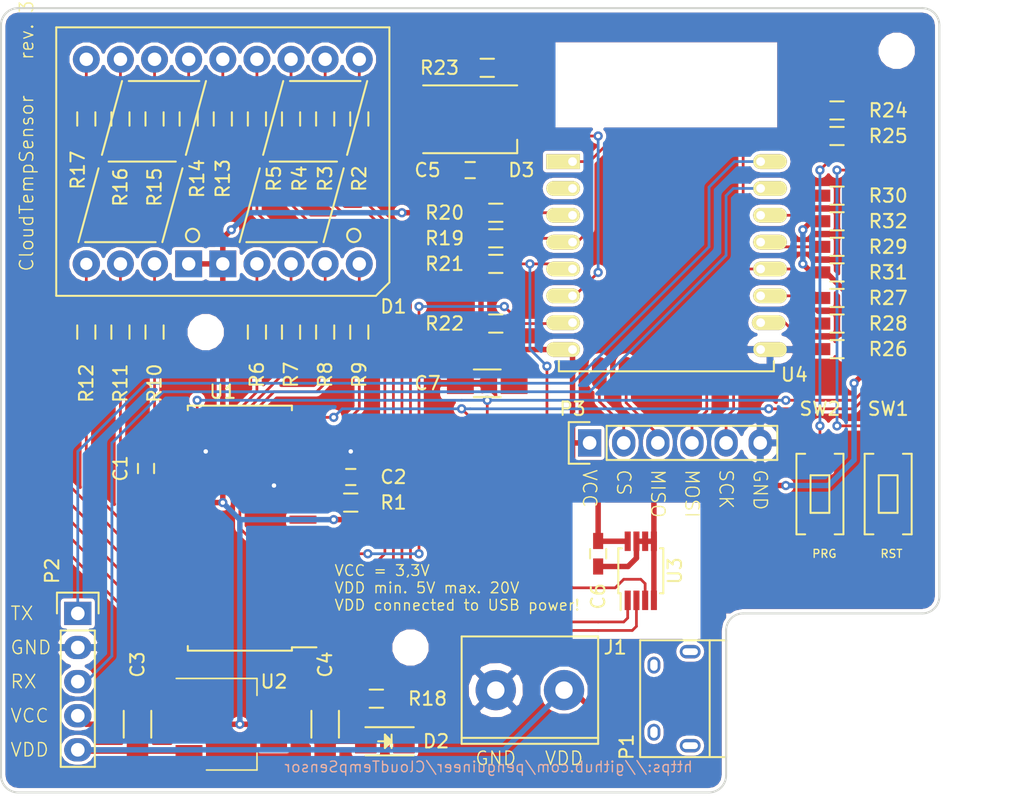
<source format=kicad_pcb>
(kicad_pcb (version 4) (host pcbnew 4.0.5+dfsg1-4)
  (layers (0 F.Cu signal) (31 B.Cu signal) (34 B.Paste user) (35 F.Paste user) (36 B.SilkS user) (37 F.SilkS user) (38 B.Mask user) (39 F.Mask user) (44 Edge.Cuts user))
  (net 0 "")
  (net 1 VCC)
  (net 2 GND)
  (net 3 "Net-(C2-Pad1)")
  (net 4 VDD)
  (net 5 c1)
  (net 6 e1)
  (net 7 d1)
  (net 8 f1)
  (net 9 a1)
  (net 10 g1)
  (net 11 h1)
  (net 12 d2)
  (net 13 e2)
  (net 14 c2)
  (net 15 b1)
  (net 16 b2)
  (net 17 f2)
  (net 18 a2)
  (net 19 h2)
  (net 20 g2)
  (net 21 "Net-(D2-Pad1)")
  (net 22 STATUS)
  (net 23 RX)
  (net 24 TX)
  (net 25 MISO)
  (net 26 MOSI)
  (net 27 SCK)
  (net 28 CS)
  (net 29 "Net-(R2-Pad2)")
  (net 30 "Net-(R3-Pad2)")
  (net 31 "Net-(R4-Pad2)")
  (net 32 "Net-(R5-Pad2)")
  (net 33 "Net-(R6-Pad2)")
  (net 34 "Net-(R7-Pad2)")
  (net 35 "Net-(R8-Pad2)")
  (net 36 "Net-(R9-Pad2)")
  (net 37 "Net-(R10-Pad2)")
  (net 38 "Net-(R11-Pad2)")
  (net 39 "Net-(R12-Pad2)")
  (net 40 "Net-(R13-Pad2)")
  (net 41 "Net-(R14-Pad2)")
  (net 42 "Net-(R15-Pad2)")
  (net 43 "Net-(R16-Pad2)")
  (net 44 "Net-(R17-Pad2)")
  (net 45 RESET)
  (net 46 "Net-(R20-Pad1)")
  (net 47 Alert)
  (net 48 IOINT)
  (net 49 "Net-(R24-Pad2)")
  (net 50 PROG)
  (net 51 "Net-(R25-Pad2)")
  (net 52 "Net-(R26-Pad2)")
  (net 53 "Net-(R28-Pad2)")
  (net 54 SCL)
  (net 55 SDA)
  (net 56 "Net-(D3-Pad5)")
  (net 57 "Net-(R29-Pad2)")
  (net 58 "Net-(R30-Pad2)")
  (net 59 "Net-(D3-Pad4)")
  (net 60 "Net-(D3-Pad1)")
  (net 61 "Net-(P1-Pad2)")
  (net 62 "Net-(P1-Pad3)")
  (net 63 "Net-(P1-Pad5)")
  (net 64 "Net-(U4-Pad2)")
  (net 65 "Net-(U4-Pad19)")
  (net 66 "Net-(U4-Pad20)")
  (module Connect:USB_Micro-B (layer F.Cu) (at 127 114.935 90)
    (fp_text reference P1 (at -3.592102 -3.592102 90) (layer F.SilkS))
    (fp_text value USB_B)
    (pad 1 smd rect (at -1.3009 -1.56254 180) (size 1.35 0.4) (layers F.Cu F.Paste F.Mask) (net 4 VDD))
    (pad 2 smd rect (at -0.6509 -1.56254 180) (size 1.35 0.4) (layers F.Cu F.Paste F.Mask) (net 61 "Net-(P1-Pad2)"))
    (pad 3 smd rect (at -0.0009 -1.56254 180) (size 1.35 0.4) (layers F.Cu F.Paste F.Mask) (net 62 "Net-(P1-Pad3)"))
    (pad 4 smd rect (at 0.6491 -1.56254 180) (size 1.35 0.4) (layers F.Cu F.Paste F.Mask) (net 2 GND))
    (pad 5 smd rect (at 1.2991 -1.56254 180) (size 1.35 0.4) (layers F.Cu F.Paste F.Mask) (net 63 "Net-(P1-Pad5)"))
    (pad 6 thru_hole oval (at -2.5009 -1.56254 180) (size 0.95 1.25) (drill oval 0.55 0.85) (layers *.Cu *.Mask))
    (pad 6 thru_hole oval (at 2.4991 -1.56254 180) (size 0.95 1.25) (drill oval 0.55 0.85) (layers *.Cu *.Mask))
    (pad 6 thru_hole oval (at -3.5009 1.13746 180) (size 1.55 1) (drill oval 1.15 0.5) (layers *.Cu *.Mask))
    (pad 6 thru_hole oval (at 3.4991 1.13746 180) (size 1.55 1) (drill oval 1.15 0.5) (layers *.Cu *.Mask))
  )
  (module Resistors_SMD:R_0603_HandSoldering (layer F.Cu) (at 104.775 114.935 180)
    (fp_text reference R18 (at -3.81 0 180) (layer F.SilkS))
    (fp_text value 39R)
    (pad 1 smd rect (at -1.1 0 180) (size 1.2 0.9) (layers F.Cu F.Paste F.Mask) (net 21 "Net-(D2-Pad1)"))
    (pad 2 smd rect (at 1.1 0 180) (size 1.2 0.9) (layers F.Cu F.Paste F.Mask) (net 2 GND))
  )
  (module Capacitors_SMD:C_0603_HandSoldering (layer F.Cu) (at 121.285 104.14 270)
    (fp_text reference C6 (at 3.175 0 270) (layer F.SilkS))
    (fp_text value 100n)
    (pad 1 smd rect (at -0.95 0 270) (size 1.2 0.75) (layers F.Cu F.Paste F.Mask) (net 1 VCC))
    (pad 2 smd rect (at 0.95 0 270) (size 1.2 0.75) (layers F.Cu F.Paste F.Mask) (net 2 GND))
  )
  (module TO_SOT_Packages_SMD:SOT-223 (layer F.Cu) (at 93.98 116.84)
    (fp_text reference U2 (at 3.175 -3.175) (layer F.SilkS))
    (fp_text value LM1117-3.3)
    (pad 4 smd rect (at 3.15 0) (size 2 3.8) (layers F.Cu F.Paste F.Mask) (net 1 VCC))
    (pad 2 smd rect (at -3.15 0) (size 2 1.5) (layers F.Cu F.Paste F.Mask) (net 1 VCC))
    (pad 3 smd rect (at -3.15 2.3) (size 2 1.5) (layers F.Cu F.Paste F.Mask) (net 4 VDD))
    (pad 1 smd rect (at -3.15 -2.3) (size 2 1.5) (layers F.Cu F.Paste F.Mask) (net 2 GND))
  )
  (module Capacitors_SMD:C_0603_HandSoldering (layer F.Cu) (at 87.63 97.79 90)
    (fp_text reference C1 (at 0 -1.9 90) (layer F.SilkS))
    (fp_text value 100n)
    (pad 1 smd rect (at -0.95 0 90) (size 1.2 0.75) (layers F.Cu F.Paste F.Mask) (net 1 VCC))
    (pad 2 smd rect (at 0.95 0 90) (size 1.2 0.75) (layers F.Cu F.Paste F.Mask) (net 2 GND))
  )
  (module Capacitors_SMD:C_0603_HandSoldering (layer F.Cu) (at 102.87 98.425)
    (fp_text reference C2 (at 3.175 0) (layer F.SilkS))
    (fp_text value 33p)
    (pad 1 smd rect (at -0.95 0) (size 1.2 0.75) (layers F.Cu F.Paste F.Mask) (net 3 "Net-(C2-Pad1)"))
    (pad 2 smd rect (at 0.95 0) (size 1.2 0.75) (layers F.Cu F.Paste F.Mask) (net 2 GND))
  )
  (module Capacitors_SMD:C_1206_HandSoldering (layer F.Cu) (at 86.995 116.84 90)
    (fp_text reference C3 (at 4.445 0 90) (layer F.SilkS))
    (fp_text value 10µ)
    (pad 1 smd rect (at -2 0 90) (size 2 1.6) (layers F.Cu F.Paste F.Mask) (net 4 VDD))
    (pad 2 smd rect (at 2 0 90) (size 2 1.6) (layers F.Cu F.Paste F.Mask) (net 2 GND))
  )
  (module Capacitors_SMD:C_1206_HandSoldering (layer F.Cu) (at 100.965 116.84 90)
    (fp_text reference C4 (at 4.445 0 90) (layer F.SilkS))
    (fp_text value 22µ)
    (pad 1 smd rect (at -2 0 90) (size 2 1.6) (layers F.Cu F.Paste F.Mask) (net 1 VCC))
    (pad 2 smd rect (at 2 0 90) (size 2 1.6) (layers F.Cu F.Paste F.Mask) (net 2 GND))
  )
  (module Capacitors_SMD:C_0603_HandSoldering (layer F.Cu) (at 111.76 75.565 180)
    (fp_text reference C5 (at 3.175 0 180) (layer F.SilkS))
    (fp_text value 100n)
    (pad 1 smd rect (at -0.95 0 180) (size 1.2 0.75) (layers F.Cu F.Paste F.Mask) (net 1 VCC))
    (pad 2 smd rect (at 0.95 0 180) (size 1.2 0.75) (layers F.Cu F.Paste F.Mask) (net 2 GND))
  )
  (module n39-kicad:VQE24 (layer F.Cu) (at 93.345 74.93)
    (fp_text reference D1 (at 12.7 10.795) (layer F.SilkS))
    (fp_text value VQE24)
    (pad 1 thru_hole circle (at -10.16 7.62) (size 2.032 2.032) (drill 0.9144) (layers *.Cu *.Mask) (net 5 c1))
    (pad 2 thru_hole circle (at -7.62 7.62) (size 2 2) (drill 1) (layers *.Cu *.Mask) (net 6 e1))
    (pad 3 thru_hole circle (at -5.08 7.62) (size 2 2) (drill 1) (layers *.Cu *.Mask) (net 7 d1))
    (pad 4 thru_hole rect (at -2.54 7.62) (size 2 2) (drill 1) (layers *.Cu *.Mask) (net 1 VCC))
    (pad 15 thru_hole circle (at -2.54 -7.62) (size 2 2) (drill 1) (layers *.Cu *.Mask) (net 8 f1))
    (pad 16 thru_hole circle (at -5.08 -7.62) (size 2 2) (drill 1) (layers *.Cu *.Mask) (net 9 a1))
    (pad 17 thru_hole circle (at -7.62 -7.62) (size 2 2) (drill 1) (layers *.Cu *.Mask) (net 10 g1))
    (pad 18 thru_hole circle (at -10.16 -7.62) (size 2 2) (drill 1) (layers *.Cu *.Mask) (net 11 h1))
    (pad 5 thru_hole rect (at 0 7.62) (size 2 2) (drill 1) (layers *.Cu *.Mask) (net 1 VCC))
    (pad 6 thru_hole circle (at 2.54 7.62) (size 2 2) (drill 1) (layers *.Cu *.Mask) (net 12 d2))
    (pad 7 thru_hole circle (at 5.08 7.62) (size 2 2) (drill 1) (layers *.Cu *.Mask) (net 13 e2))
    (pad 8 thru_hole circle (at 7.62 7.62) (size 2 2) (drill 1) (layers *.Cu *.Mask) (net 14 c2))
    (pad 14 thru_hole circle (at 0 -7.62) (size 2 2) (drill 1) (layers *.Cu *.Mask) (net 15 b1))
    (pad 13 thru_hole circle (at 2.54 -7.62) (size 2 2) (drill 1) (layers *.Cu *.Mask) (net 16 b2))
    (pad 12 thru_hole circle (at 5.08 -7.62) (size 2 2) (drill 1) (layers *.Cu *.Mask) (net 17 f2))
    (pad 11 thru_hole circle (at 7.62 -7.62) (size 2 2) (drill 1) (layers *.Cu *.Mask) (net 18 a2))
    (pad 9 thru_hole circle (at 10.16 7.62) (size 2 2) (drill 1) (layers *.Cu *.Mask) (net 19 h2))
    (pad 10 thru_hole circle (at 10.16 -7.62) (size 2 2) (drill 1) (layers *.Cu *.Mask) (net 20 g2))
  )
  (module LEDs:LED_1206 (layer F.Cu) (at 105.41 118.11 180)
    (fp_text reference D2 (at -3.81 0 180) (layer F.SilkS))
    (fp_text value gn)
    (pad 2 smd rect (at 1.41986 0) (size 1.59766 1.80086) (layers F.Cu F.Paste F.Mask) (net 1 VCC))
    (pad 1 smd rect (at -1.41986 0) (size 1.59766 1.80086) (layers F.Cu F.Paste F.Mask) (net 21 "Net-(D2-Pad1)"))
  )
  (module LEDs:LED_WS2812-PLCC6 (layer F.Cu) (at 111.76 71.755 180)
    (fp_text reference D3 (at -3.81 -3.81 180) (layer F.SilkS))
    (fp_text value WS2812)
    (pad 4 smd rect (at 2.5 1.6 180) (size 1.6 1) (layers F.Cu F.Paste F.Mask) (net 59 "Net-(D3-Pad4)"))
    (pad 5 smd rect (at 2.5 0 180) (size 1.6 1) (layers F.Cu F.Paste F.Mask) (net 56 "Net-(D3-Pad5)"))
    (pad 6 smd rect (at 2.5 -1.6 180) (size 1.6 1) (layers F.Cu F.Paste F.Mask) (net 2 GND))
    (pad 3 smd rect (at -2.5 1.6 180) (size 1.6 1) (layers F.Cu F.Paste F.Mask) (net 1 VCC))
    (pad 2 smd rect (at -2.5 0 180) (size 1.6 1) (layers F.Cu F.Paste F.Mask) (net 22 STATUS))
    (pad 1 smd rect (at -2.5 -1.6 180) (size 1.6 1) (layers F.Cu F.Paste F.Mask) (net 60 "Net-(D3-Pad1)"))
  )
  (module n39-kicad:AKL_101-02 (layer F.Cu) (at 118.745 114.3 180)
    (fp_text reference J1 (at -3.81 3.175 180) (layer F.SilkS))
    (fp_text value Screw_Terminal_1x02)
    (pad 2 thru_hole circle (at 5.08 0 180) (size 3 3) (drill 1.3) (layers *.Cu *.Mask) (net 2 GND))
    (pad 1 thru_hole circle (at 0 0 180) (size 3 3) (drill 1.3) (layers *.Cu *.Mask) (net 4 VDD))
  )
  (module Socket_Strips:Socket_Strip_Straight_1x05 (layer F.Cu) (at 82.55 108.585 270)
    (fp_text reference P2 (at -3.175 1.905 270) (layer F.SilkS))
    (fp_text value CONN_01X05)
    (pad 1 thru_hole rect (at 0 0 270) (size 1.7272 2.032) (drill 1.016) (layers *.Cu *.Mask) (net 24 TX))
    (pad 2 thru_hole oval (at 2.54 0 270) (size 1.7272 2.032) (drill 1.016) (layers *.Cu *.Mask) (net 2 GND))
    (pad 3 thru_hole oval (at 5.08 0 270) (size 1.7272 2.032) (drill 1.016) (layers *.Cu *.Mask) (net 23 RX))
    (pad 4 thru_hole oval (at 7.62 0 270) (size 1.7272 2.032) (drill 1.016) (layers *.Cu *.Mask) (net 1 VCC))
    (pad 5 thru_hole oval (at 10.16 0 270) (size 1.7272 2.032) (drill 1.016) (layers *.Cu *.Mask) (net 4 VDD))
  )
  (module Socket_Strips:Socket_Strip_Straight_1x06 (layer F.Cu) (at 120.65 95.885)
    (fp_text reference P3 (at -1.27 -2.54) (layer F.SilkS))
    (fp_text value CONN_01X06)
    (pad 1 thru_hole rect (at 0 0) (size 1.7272 2.032) (drill 1.016) (layers *.Cu *.Mask) (net 1 VCC))
    (pad 2 thru_hole oval (at 2.54 0) (size 1.7272 2.032) (drill 1.016) (layers *.Cu *.Mask) (net 28 CS))
    (pad 3 thru_hole oval (at 5.08 0) (size 1.7272 2.032) (drill 1.016) (layers *.Cu *.Mask) (net 25 MISO))
    (pad 4 thru_hole oval (at 7.62 0) (size 1.7272 2.032) (drill 1.016) (layers *.Cu *.Mask) (net 26 MOSI))
    (pad 5 thru_hole oval (at 10.16 0) (size 1.7272 2.032) (drill 1.016) (layers *.Cu *.Mask) (net 27 SCK))
    (pad 6 thru_hole oval (at 12.7 0) (size 1.7272 2.032) (drill 1.016) (layers *.Cu *.Mask) (net 2 GND))
  )
  (module Resistors_SMD:R_0603_HandSoldering (layer F.Cu) (at 102.87 100.33)
    (fp_text reference R1 (at 3.175 0) (layer F.SilkS))
    (fp_text value 3k9)
    (pad 1 smd rect (at -1.1 0) (size 1.2 0.9) (layers F.Cu F.Paste F.Mask) (net 3 "Net-(C2-Pad1)"))
    (pad 2 smd rect (at 1.1 0) (size 1.2 0.9) (layers F.Cu F.Paste F.Mask) (net 1 VCC))
  )
  (module Resistors_SMD:R_0603_HandSoldering (layer F.Cu) (at 103.505 71.755 270)
    (fp_text reference R2 (at 4.445 0 270) (layer F.SilkS))
    (fp_text value 39R)
    (pad 1 smd rect (at -1.1 0 270) (size 1.2 0.9) (layers F.Cu F.Paste F.Mask) (net 20 g2))
    (pad 2 smd rect (at 1.1 0 270) (size 1.2 0.9) (layers F.Cu F.Paste F.Mask) (net 29 "Net-(R2-Pad2)"))
  )
  (module Resistors_SMD:R_0603_HandSoldering (layer F.Cu) (at 100.965 71.755 270)
    (fp_text reference R3 (at 4.445 0 270) (layer F.SilkS))
    (fp_text value 39R)
    (pad 1 smd rect (at -1.1 0 270) (size 1.2 0.9) (layers F.Cu F.Paste F.Mask) (net 18 a2))
    (pad 2 smd rect (at 1.1 0 270) (size 1.2 0.9) (layers F.Cu F.Paste F.Mask) (net 30 "Net-(R3-Pad2)"))
  )
  (module Resistors_SMD:R_0603_HandSoldering (layer F.Cu) (at 98.425 71.755 270)
    (fp_text reference R4 (at 4.445 -0.635 270) (layer F.SilkS))
    (fp_text value 39R)
    (pad 1 smd rect (at -1.1 0 270) (size 1.2 0.9) (layers F.Cu F.Paste F.Mask) (net 17 f2))
    (pad 2 smd rect (at 1.1 0 270) (size 1.2 0.9) (layers F.Cu F.Paste F.Mask) (net 31 "Net-(R4-Pad2)"))
  )
  (module Resistors_SMD:R_0603_HandSoldering (layer F.Cu) (at 95.885 71.755 270)
    (fp_text reference R5 (at 4.445 -1.27 270) (layer F.SilkS))
    (fp_text value 39R)
    (pad 1 smd rect (at -1.1 0 270) (size 1.2 0.9) (layers F.Cu F.Paste F.Mask) (net 16 b2))
    (pad 2 smd rect (at 1.1 0 270) (size 1.2 0.9) (layers F.Cu F.Paste F.Mask) (net 32 "Net-(R5-Pad2)"))
  )
  (module Resistors_SMD:R_0603_HandSoldering (layer F.Cu) (at 95.885 87.63 270)
    (fp_text reference R6 (at 3.175 0 270) (layer F.SilkS))
    (fp_text value 39R)
    (pad 1 smd rect (at -1.1 0 270) (size 1.2 0.9) (layers F.Cu F.Paste F.Mask) (net 12 d2))
    (pad 2 smd rect (at 1.1 0 270) (size 1.2 0.9) (layers F.Cu F.Paste F.Mask) (net 33 "Net-(R6-Pad2)"))
  )
  (module Resistors_SMD:R_0603_HandSoldering (layer F.Cu) (at 98.425 87.63 270)
    (fp_text reference R7 (at 3.175 0 270) (layer F.SilkS))
    (fp_text value 39R)
    (pad 1 smd rect (at -1.1 0 270) (size 1.2 0.9) (layers F.Cu F.Paste F.Mask) (net 13 e2))
    (pad 2 smd rect (at 1.1 0 270) (size 1.2 0.9) (layers F.Cu F.Paste F.Mask) (net 34 "Net-(R7-Pad2)"))
  )
  (module Resistors_SMD:R_0603_HandSoldering (layer F.Cu) (at 100.965 87.63 270)
    (fp_text reference R8 (at 3.175 0 270) (layer F.SilkS))
    (fp_text value 39R)
    (pad 1 smd rect (at -1.1 0 270) (size 1.2 0.9) (layers F.Cu F.Paste F.Mask) (net 14 c2))
    (pad 2 smd rect (at 1.1 0 270) (size 1.2 0.9) (layers F.Cu F.Paste F.Mask) (net 35 "Net-(R8-Pad2)"))
  )
  (module Resistors_SMD:R_0603_HandSoldering (layer F.Cu) (at 103.505 87.63 270)
    (fp_text reference R9 (at 3.175 0 270) (layer F.SilkS))
    (fp_text value 39R)
    (pad 1 smd rect (at -1.1 0 270) (size 1.2 0.9) (layers F.Cu F.Paste F.Mask) (net 19 h2))
    (pad 2 smd rect (at 1.1 0 270) (size 1.2 0.9) (layers F.Cu F.Paste F.Mask) (net 36 "Net-(R9-Pad2)"))
  )
  (module Resistors_SMD:R_0603_HandSoldering (layer F.Cu) (at 88.265 87.63 270)
    (fp_text reference R10 (at 3.81 0 270) (layer F.SilkS))
    (fp_text value 39R)
    (pad 1 smd rect (at -1.1 0 270) (size 1.2 0.9) (layers F.Cu F.Paste F.Mask) (net 7 d1))
    (pad 2 smd rect (at 1.1 0 270) (size 1.2 0.9) (layers F.Cu F.Paste F.Mask) (net 37 "Net-(R10-Pad2)"))
  )
  (module Resistors_SMD:R_0603_HandSoldering (layer F.Cu) (at 85.725 87.63 270)
    (fp_text reference R11 (at 3.81 0 270) (layer F.SilkS))
    (fp_text value 39R)
    (pad 1 smd rect (at -1.1 0 270) (size 1.2 0.9) (layers F.Cu F.Paste F.Mask) (net 6 e1))
    (pad 2 smd rect (at 1.1 0 270) (size 1.2 0.9) (layers F.Cu F.Paste F.Mask) (net 38 "Net-(R11-Pad2)"))
  )
  (module Resistors_SMD:R_0603_HandSoldering (layer F.Cu) (at 83.185 87.63 270)
    (fp_text reference R12 (at 3.81 0 270) (layer F.SilkS))
    (fp_text value 39R)
    (pad 1 smd rect (at -1.1 0 270) (size 1.2 0.9) (layers F.Cu F.Paste F.Mask) (net 5 c1))
    (pad 2 smd rect (at 1.1 0 270) (size 1.2 0.9) (layers F.Cu F.Paste F.Mask) (net 39 "Net-(R12-Pad2)"))
  )
  (module Resistors_SMD:R_0603_HandSoldering (layer F.Cu) (at 93.345 71.755 270)
    (fp_text reference R13 (at 4.445 0 270) (layer F.SilkS))
    (fp_text value 39R)
    (pad 1 smd rect (at -1.1 0 270) (size 1.2 0.9) (layers F.Cu F.Paste F.Mask) (net 15 b1))
    (pad 2 smd rect (at 1.1 0 270) (size 1.2 0.9) (layers F.Cu F.Paste F.Mask) (net 40 "Net-(R13-Pad2)"))
  )
  (module Resistors_SMD:R_0603_HandSoldering (layer F.Cu) (at 90.805 71.755 270)
    (fp_text reference R14 (at 4.445 -0.635 270) (layer F.SilkS))
    (fp_text value 39R)
    (pad 1 smd rect (at -1.1 0 270) (size 1.2 0.9) (layers F.Cu F.Paste F.Mask) (net 8 f1))
    (pad 2 smd rect (at 1.1 0 270) (size 1.2 0.9) (layers F.Cu F.Paste F.Mask) (net 41 "Net-(R14-Pad2)"))
  )
  (module Resistors_SMD:R_0603_HandSoldering (layer F.Cu) (at 88.265 71.755 270)
    (fp_text reference R15 (at 5.08 0 270) (layer F.SilkS))
    (fp_text value 39R)
    (pad 1 smd rect (at -1.1 0 270) (size 1.2 0.9) (layers F.Cu F.Paste F.Mask) (net 9 a1))
    (pad 2 smd rect (at 1.1 0 270) (size 1.2 0.9) (layers F.Cu F.Paste F.Mask) (net 42 "Net-(R15-Pad2)"))
  )
  (module Resistors_SMD:R_0603_HandSoldering (layer F.Cu) (at 85.725 71.755 270)
    (fp_text reference R16 (at 5.08 0 270) (layer F.SilkS))
    (fp_text value 39R)
    (pad 1 smd rect (at -1.1 0 270) (size 1.2 0.9) (layers F.Cu F.Paste F.Mask) (net 10 g1))
    (pad 2 smd rect (at 1.1 0 270) (size 1.2 0.9) (layers F.Cu F.Paste F.Mask) (net 43 "Net-(R16-Pad2)"))
  )
  (module Resistors_SMD:R_0603_HandSoldering (layer F.Cu) (at 83.185 71.755 270)
    (fp_text reference R17 (at 3.81 0.635 270) (layer F.SilkS))
    (fp_text value 39R)
    (pad 1 smd rect (at -1.1 0 270) (size 1.2 0.9) (layers F.Cu F.Paste F.Mask) (net 11 h1))
    (pad 2 smd rect (at 1.1 0 270) (size 1.2 0.9) (layers F.Cu F.Paste F.Mask) (net 44 "Net-(R17-Pad2)"))
  )
  (module Resistors_SMD:R_0603_HandSoldering (layer F.Cu) (at 113.665 80.645 180)
    (fp_text reference R19 (at 3.81 0 180) (layer F.SilkS))
    (fp_text value 10k)
    (pad 1 smd rect (at -1.1 0 180) (size 1.2 0.9) (layers F.Cu F.Paste F.Mask) (net 45 RESET))
    (pad 2 smd rect (at 1.1 0 180) (size 1.2 0.9) (layers F.Cu F.Paste F.Mask) (net 1 VCC))
  )
  (module Resistors_SMD:R_0603_HandSoldering (layer F.Cu) (at 113.665 78.74 180)
    (fp_text reference R20 (at 3.81 0 180) (layer F.SilkS))
    (fp_text value 10k)
    (pad 1 smd rect (at -1.1 0 180) (size 1.2 0.9) (layers F.Cu F.Paste F.Mask) (net 46 "Net-(R20-Pad1)"))
    (pad 2 smd rect (at 1.1 0 180) (size 1.2 0.9) (layers F.Cu F.Paste F.Mask) (net 1 VCC))
  )
  (module Resistors_SMD:R_0603_HandSoldering (layer F.Cu) (at 113.665 82.55 180)
    (fp_text reference R21 (at 3.81 0 180) (layer F.SilkS))
    (fp_text value 10k)
    (pad 1 smd rect (at -1.1 0 180) (size 1.2 0.9) (layers F.Cu F.Paste F.Mask) (net 47 Alert))
    (pad 2 smd rect (at 1.1 0 180) (size 1.2 0.9) (layers F.Cu F.Paste F.Mask) (net 1 VCC))
  )
  (module Resistors_SMD:R_0603_HandSoldering (layer F.Cu) (at 113.665 86.995 180)
    (fp_text reference R22 (at 3.81 0 180) (layer F.SilkS))
    (fp_text value 10k)
    (pad 1 smd rect (at -1.1 0 180) (size 1.2 0.9) (layers F.Cu F.Paste F.Mask) (net 48 IOINT))
    (pad 2 smd rect (at 1.1 0 180) (size 1.2 0.9) (layers F.Cu F.Paste F.Mask) (net 1 VCC))
  )
  (module Resistors_SMD:R_0603_HandSoldering (layer F.Cu) (at 113.03 67.945 180)
    (fp_text reference R23 (at 3.556 0 180) (layer F.SilkS))
    (fp_text value 150R)
    (pad 1 smd rect (at -1.1 0 180) (size 1.2 0.9) (layers F.Cu F.Paste F.Mask) (net 1 VCC))
    (pad 2 smd rect (at 1.1 0 180) (size 1.2 0.9) (layers F.Cu F.Paste F.Mask) (net 56 "Net-(D3-Pad5)"))
  )
  (module Resistors_SMD:R_0603_HandSoldering (layer F.Cu) (at 139.065 71.12)
    (fp_text reference R24 (at 3.81 0) (layer F.SilkS))
    (fp_text value 330R)
    (pad 1 smd rect (at -1.1 0) (size 1.2 0.9) (layers F.Cu F.Paste F.Mask) (net 45 RESET))
    (pad 2 smd rect (at 1.1 0) (size 1.2 0.9) (layers F.Cu F.Paste F.Mask) (net 49 "Net-(R24-Pad2)"))
  )
  (module Resistors_SMD:R_0603_HandSoldering (layer F.Cu) (at 139.065 73.025)
    (fp_text reference R25 (at 3.81 0) (layer F.SilkS))
    (fp_text value 330R)
    (pad 1 smd rect (at -1.1 0) (size 1.2 0.9) (layers F.Cu F.Paste F.Mask) (net 50 PROG))
    (pad 2 smd rect (at 1.1 0) (size 1.2 0.9) (layers F.Cu F.Paste F.Mask) (net 51 "Net-(R25-Pad2)"))
  )
  (module Resistors_SMD:R_0603_HandSoldering (layer F.Cu) (at 139.065 88.9 180)
    (fp_text reference R26 (at -3.81 0 180) (layer F.SilkS))
    (fp_text value 10k)
    (pad 1 smd rect (at -1.1 0 180) (size 1.2 0.9) (layers F.Cu F.Paste F.Mask) (net 2 GND))
    (pad 2 smd rect (at 1.1 0 180) (size 1.2 0.9) (layers F.Cu F.Paste F.Mask) (net 52 "Net-(R26-Pad2)"))
  )
  (module Resistors_SMD:R_0603_HandSoldering (layer F.Cu) (at 139.065 85.09 180)
    (fp_text reference R27 (at -3.81 0 180) (layer F.SilkS))
    (fp_text value 10k)
    (pad 1 smd rect (at -1.1 0 180) (size 1.2 0.9) (layers F.Cu F.Paste F.Mask) (net 1 VCC))
    (pad 2 smd rect (at 1.1 0 180) (size 1.2 0.9) (layers F.Cu F.Paste F.Mask) (net 50 PROG))
  )
  (module Resistors_SMD:R_0603_HandSoldering (layer F.Cu) (at 139.065 86.995 180)
    (fp_text reference R28 (at -3.81 0 180) (layer F.SilkS))
    (fp_text value 10k)
    (pad 1 smd rect (at -1.1 0 180) (size 1.2 0.9) (layers F.Cu F.Paste F.Mask) (net 1 VCC))
    (pad 2 smd rect (at 1.1 0 180) (size 1.2 0.9) (layers F.Cu F.Paste F.Mask) (net 53 "Net-(R28-Pad2)"))
  )
  (module Resistors_SMD:R_0603_HandSoldering (layer F.Cu) (at 139.065 81.28 180)
    (fp_text reference R29 (at -3.81 0 180) (layer F.SilkS))
    (fp_text value 330R)
    (pad 1 smd rect (at -1.1 0 180) (size 1.2 0.9) (layers F.Cu F.Paste F.Mask) (net 55 SDA))
    (pad 2 smd rect (at 1.1 0 180) (size 1.2 0.9) (layers F.Cu F.Paste F.Mask) (net 57 "Net-(R29-Pad2)"))
  )
  (module Resistors_SMD:R_0603_HandSoldering (layer F.Cu) (at 139.065 77.47 180)
    (fp_text reference R30 (at -3.81 0 180) (layer F.SilkS))
    (fp_text value 330R)
    (pad 1 smd rect (at -1.1 0 180) (size 1.2 0.9) (layers F.Cu F.Paste F.Mask) (net 54 SCL))
    (pad 2 smd rect (at 1.1 0 180) (size 1.2 0.9) (layers F.Cu F.Paste F.Mask) (net 58 "Net-(R30-Pad2)"))
  )
  (module Resistors_SMD:R_0603_HandSoldering (layer F.Cu) (at 139.065 83.185)
    (fp_text reference R31 (at 3.81 0) (layer F.SilkS))
    (fp_text value 10k)
    (pad 1 smd rect (at -1.1 0) (size 1.2 0.9) (layers F.Cu F.Paste F.Mask) (net 1 VCC))
    (pad 2 smd rect (at 1.1 0) (size 1.2 0.9) (layers F.Cu F.Paste F.Mask) (net 55 SDA))
  )
  (module Resistors_SMD:R_0603_HandSoldering (layer F.Cu) (at 139.065 79.375)
    (fp_text reference R32 (at 3.81 0) (layer F.SilkS))
    (fp_text value 10k)
    (pad 1 smd rect (at -1.1 0) (size 1.2 0.9) (layers F.Cu F.Paste F.Mask) (net 1 VCC))
    (pad 2 smd rect (at 1.1 0) (size 1.2 0.9) (layers F.Cu F.Paste F.Mask) (net 54 SCL))
  )
  (module Buttons_Switches_SMD:SW_SPST_EVQPE1 (layer F.Cu) (at 142.875 99.695 90)
    (fp_text reference SW1 (at 6.35 0 180) (layer F.SilkS))
    (fp_text value SW_SPST)
    (pad 2 smd rect (at 2.7 0 90) (size 2 1.6) (layers F.Cu F.Paste F.Mask) (net 49 "Net-(R24-Pad2)"))
    (pad 1 smd rect (at -2.7 0 90) (size 2 1.6) (layers F.Cu F.Paste F.Mask) (net 2 GND))
  )
  (module Buttons_Switches_SMD:SW_SPST_EVQPE1 (layer F.Cu) (at 137.795 99.695 90)
    (fp_text reference SW2 (at 6.35 0 180) (layer F.SilkS))
    (fp_text value SW_SPST)
    (pad 2 smd rect (at 2.7 0 90) (size 2 1.6) (layers F.Cu F.Paste F.Mask) (net 51 "Net-(R25-Pad2)"))
    (pad 1 smd rect (at -2.7 0 90) (size 2 1.6) (layers F.Cu F.Paste F.Mask) (net 2 GND))
  )
  (module Housings_SSOP:MSOP-8_3x3mm_Pitch0.65mm (layer F.Cu) (at 124.46 105.41 90)
    (fp_text reference U3 (at 0 2.54 90) (layer F.SilkS))
    (fp_text value MCP9808)
    (pad 1 smd rect (at -2.2 -0.975 90) (size 1.45 0.45) (layers F.Cu F.Paste F.Mask) (net 55 SDA))
    (pad 2 smd rect (at -2.2 -0.325 90) (size 1.45 0.45) (layers F.Cu F.Paste F.Mask) (net 54 SCL))
    (pad 3 smd rect (at -2.2 0.325 90) (size 1.45 0.45) (layers F.Cu F.Paste F.Mask) (net 47 Alert))
    (pad 4 smd rect (at -2.2 0.975 90) (size 1.45 0.45) (layers F.Cu F.Paste F.Mask) (net 2 GND))
    (pad 5 smd rect (at 2.2 0.975 90) (size 1.45 0.45) (layers F.Cu F.Paste F.Mask) (net 2 GND))
    (pad 6 smd rect (at 2.2 0.325 90) (size 1.45 0.45) (layers F.Cu F.Paste F.Mask) (net 2 GND))
    (pad 7 smd rect (at 2.2 -0.325 90) (size 1.45 0.45) (layers F.Cu F.Paste F.Mask) (net 2 GND))
    (pad 8 smd rect (at 2.2 -0.975 90) (size 1.45 0.45) (layers F.Cu F.Paste F.Mask) (net 1 VCC))
  )
  (module ESP8266:ESP-12E (layer F.Cu) (at 119.38 74.93)
    (fp_text reference U4 (at 16.51 15.875) (layer F.SilkS))
    (fp_text value ESP-12E)
    (pad 1 thru_hole rect (at 0 0) (size 2.5 1.1) (drill 0.65 (offset -0.7 0)) (layers *.Cu *.Mask F.SilkS) (net 45 RESET))
    (pad 2 thru_hole oval (at 0 2) (size 2.5 1.1) (drill 0.65 (offset -0.7 0)) (layers *.Cu *.Mask F.SilkS) (net 64 "Net-(U4-Pad2)"))
    (pad 3 thru_hole oval (at 0 4) (size 2.5 1.1) (drill 0.65 (offset -0.7 0)) (layers *.Cu *.Mask F.SilkS) (net 46 "Net-(R20-Pad1)"))
    (pad 4 thru_hole oval (at 0 6) (size 2.5 1.1) (drill 0.65 (offset -0.7 0)) (layers *.Cu *.Mask F.SilkS) (net 45 RESET))
    (pad 5 thru_hole oval (at 0 8) (size 2.5 1.1) (drill 0.65 (offset -0.7 0)) (layers *.Cu *.Mask F.SilkS) (net 47 Alert))
    (pad 6 thru_hole oval (at 0 10) (size 2.5 1.1) (drill 0.65 (offset -0.7 0)) (layers *.Cu *.Mask F.SilkS) (net 22 STATUS))
    (pad 7 thru_hole oval (at 0 12) (size 2.5 1.1) (drill 0.65 (offset -0.7 0)) (layers *.Cu *.Mask F.SilkS) (net 48 IOINT))
    (pad 8 thru_hole oval (at 0 14) (size 2.5 1.1) (drill 0.65 (offset -0.7 0)) (layers *.Cu *.Mask F.SilkS) (net 1 VCC))
    (pad 9 thru_hole oval (at 14 14) (size 2.5 1.1) (drill 0.65 (offset 0.7 0)) (layers *.Cu *.Mask F.SilkS) (net 2 GND))
    (pad 10 thru_hole oval (at 14 12) (size 2.5 1.1) (drill 0.65 (offset 0.6 0)) (layers *.Cu *.Mask F.SilkS) (net 52 "Net-(R26-Pad2)"))
    (pad 11 thru_hole oval (at 14 10) (size 2.5 1.1) (drill 0.65 (offset 0.7 0)) (layers *.Cu *.Mask F.SilkS) (net 53 "Net-(R28-Pad2)"))
    (pad 12 thru_hole oval (at 14 8) (size 2.5 1.1) (drill 0.65 (offset 0.7 0)) (layers *.Cu *.Mask F.SilkS) (net 50 PROG))
    (pad 13 thru_hole oval (at 14 6) (size 2.5 1.1) (drill 0.65 (offset 0.7 0)) (layers *.Cu *.Mask F.SilkS) (net 57 "Net-(R29-Pad2)"))
    (pad 14 thru_hole oval (at 14 4) (size 2.5 1.1) (drill 0.65 (offset 0.7 0)) (layers *.Cu *.Mask F.SilkS) (net 58 "Net-(R30-Pad2)"))
    (pad 15 thru_hole oval (at 14 2) (size 2.5 1.1) (drill 0.65 (offset 0.7 0)) (layers *.Cu *.Mask F.SilkS) (net 23 RX))
    (pad 16 thru_hole oval (at 14 0) (size 2.5 1.1) (drill 0.65 (offset 0.7 0)) (layers *.Cu *.Mask F.SilkS) (net 24 TX))
    (pad 17 smd oval (at 1.99 15.75 90) (size 2.4 1.1) (layers F.Cu F.Paste F.Mask) (net 28 CS))
    (pad 18 smd oval (at 3.99 15.75 90) (size 2.4 1.1) (layers F.Cu F.Paste F.Mask) (net 25 MISO))
    (pad 19 smd oval (at 5.99 15.75 90) (size 2.4 1.1) (layers F.Cu F.Paste F.Mask) (net 65 "Net-(U4-Pad19)"))
    (pad 20 smd oval (at 7.99 15.75 90) (size 2.4 1.1) (layers F.Cu F.Paste F.Mask) (net 66 "Net-(U4-Pad20)"))
    (pad 21 smd oval (at 9.99 15.75 90) (size 2.4 1.1) (layers F.Cu F.Paste F.Mask) (net 26 MOSI))
    (pad 22 smd oval (at 11.99 15.75 90) (size 2.4 1.1) (layers F.Cu F.Paste F.Mask) (net 27 SCK))
  )
  (module Capacitors_SMD:C_1206_HandSoldering (layer F.Cu) (at 113.03 91.44 180)
    (fp_text reference C7 (at 4.445 0 180) (layer F.SilkS))
    (fp_text value 22µ)
    (pad 1 smd rect (at -2 0 180) (size 2 1.6) (layers F.Cu F.Paste F.Mask) (net 1 VCC))
    (pad 2 smd rect (at 2 0 180) (size 2 1.6) (layers F.Cu F.Paste F.Mask) (net 2 GND))
  )
  (module Housings_SOIC:SOIC-28W_7.5x17.9mm_Pitch1.27mm (layer F.Cu) (at 94.615 102.235 180)
    (fp_text reference U1 (at 1.27 10.16 180) (layer F.SilkS))
    (fp_text value MCP23016)
    (pad 1 smd rect (at -4.7 -8.255 180) (size 2 0.6) (layers F.Cu F.Paste F.Mask) (net 2 GND))
    (pad 2 smd rect (at -4.7 -6.985 180) (size 2 0.6) (layers F.Cu F.Paste F.Mask) (net 29 "Net-(R2-Pad2)"))
    (pad 3 smd rect (at -4.7 -5.715 180) (size 2 0.6) (layers F.Cu F.Paste F.Mask) (net 30 "Net-(R3-Pad2)"))
    (pad 4 smd rect (at -4.7 -4.445 180) (size 2 0.6) (layers F.Cu F.Paste F.Mask) (net 31 "Net-(R4-Pad2)"))
    (pad 5 smd rect (at -4.7 -3.175 180) (size 2 0.6) (layers F.Cu F.Paste F.Mask) (net 32 "Net-(R5-Pad2)"))
    (pad 6 smd rect (at -4.7 -1.905 180) (size 2 0.6) (layers F.Cu F.Paste F.Mask) (net 48 IOINT))
    (pad 7 smd rect (at -4.7 -0.635 180) (size 2 0.6) (layers F.Cu F.Paste F.Mask) (net 33 "Net-(R6-Pad2)"))
    (pad 8 smd rect (at -4.7 0.635 180) (size 2 0.6) (layers F.Cu F.Paste F.Mask))
    (pad 9 smd rect (at -4.7 1.905 180) (size 2 0.6) (layers F.Cu F.Paste F.Mask) (net 3 "Net-(C2-Pad1)"))
    (pad 10 smd rect (at -4.7 3.175 180) (size 2 0.6) (layers F.Cu F.Paste F.Mask) (net 2 GND))
    (pad 11 smd rect (at -4.7 4.445 180) (size 2 0.6) (layers F.Cu F.Paste F.Mask) (net 34 "Net-(R7-Pad2)"))
    (pad 12 smd rect (at -4.7 5.715 180) (size 2 0.6) (layers F.Cu F.Paste F.Mask) (net 35 "Net-(R8-Pad2)"))
    (pad 13 smd rect (at -4.7 6.985 180) (size 2 0.6) (layers F.Cu F.Paste F.Mask) (net 36 "Net-(R9-Pad2)"))
    (pad 14 smd rect (at -4.7 8.255 180) (size 2 0.6) (layers F.Cu F.Paste F.Mask) (net 54 SCL))
    (pad 15 smd rect (at 4.7 8.255 180) (size 2 0.6) (layers F.Cu F.Paste F.Mask) (net 55 SDA))
    (pad 16 smd rect (at 4.7 6.985 180) (size 2 0.6) (layers F.Cu F.Paste F.Mask) (net 2 GND))
    (pad 17 smd rect (at 4.7 5.715 180) (size 2 0.6) (layers F.Cu F.Paste F.Mask) (net 2 GND))
    (pad 18 smd rect (at 4.7 4.445 180) (size 2 0.6) (layers F.Cu F.Paste F.Mask) (net 2 GND))
    (pad 19 smd rect (at 4.7 3.175 180) (size 2 0.6) (layers F.Cu F.Paste F.Mask) (net 2 GND))
    (pad 20 smd rect (at 4.7 1.905 180) (size 2 0.6) (layers F.Cu F.Paste F.Mask) (net 1 VCC))
    (pad 21 smd rect (at 4.7 0.635 180) (size 2 0.6) (layers F.Cu F.Paste F.Mask) (net 37 "Net-(R10-Pad2)"))
    (pad 22 smd rect (at 4.7 -0.635 180) (size 2 0.6) (layers F.Cu F.Paste F.Mask) (net 38 "Net-(R11-Pad2)"))
    (pad 23 smd rect (at 4.7 -1.905 180) (size 2 0.6) (layers F.Cu F.Paste F.Mask) (net 39 "Net-(R12-Pad2)"))
    (pad 24 smd rect (at 4.7 -3.175 180) (size 2 0.6) (layers F.Cu F.Paste F.Mask) (net 40 "Net-(R13-Pad2)"))
    (pad 25 smd rect (at 4.7 -4.445 180) (size 2 0.6) (layers F.Cu F.Paste F.Mask) (net 41 "Net-(R14-Pad2)"))
    (pad 26 smd rect (at 4.7 -5.715 180) (size 2 0.6) (layers F.Cu F.Paste F.Mask) (net 42 "Net-(R15-Pad2)"))
    (pad 27 smd rect (at 4.7 -6.985 180) (size 2 0.6) (layers F.Cu F.Paste F.Mask) (net 43 "Net-(R16-Pad2)"))
    (pad 28 smd rect (at 4.7 -8.255 180) (size 2 0.6) (layers F.Cu F.Paste F.Mask) (net 44 "Net-(R17-Pad2)"))
  )
  (module Mounting_Holes:MountingHole_2.2mm_M2 (layer F.Cu) (at 92.075 87.63)
    (fp_text reference REF** hide)
    (fp_text value MountingHole_2.2mm_M2)
    (pad 1 np_thru_hole circle (at 0 0) (size 2.2 2.2) (drill 2.2) (layers *.Cu *.Mask))
  )
  (module Mounting_Holes:MountingHole_2.2mm_M2 (layer F.Cu) (at 143.51 66.675)
    (fp_text reference REF** hide)
    (fp_text value MountingHole_2.2mm_M2)
    (pad 1 np_thru_hole circle (at 0 0) (size 2.2 2.2) (drill 2.2) (layers *.Cu *.Mask))
  )
  (module Mounting_Holes:MountingHole_2.2mm_M2 (layer F.Cu) (at 107.315 111.125)
    (fp_text reference REF** hide)
    (fp_text value MountingHole_2.2mm_M2)
    (pad 1 np_thru_hole circle (at 0 0) (size 2.2 2.2) (drill 2.2) (layers *.Cu *.Mask))
  )
  (gr_line (start 146.685 107.315) (end 146.685 64.77) (angle 90) (layer Edge.Cuts) (width 0.15))
  (gr_line (start 132.08 108.585) (end 145.415 108.585) (angle 90) (layer Edge.Cuts) (width 0.15))
  (gr_line (start 130.81 120.65) (end 130.81 109.855) (angle 90) (layer Edge.Cuts) (width 0.15))
  (gr_line (start 78.105 121.92) (end 129.54 121.92) (angle 90) (layer Edge.Cuts) (width 0.15))
  (gr_arc (start 132.08 109.855) (end 130.81 109.855) (angle 90) (layer Edge.Cuts) (width 0.15))
  (gr_arc (start 129.54 120.65) (end 130.81 120.65) (angle 90) (layer Edge.Cuts) (width 0.15))
  (gr_arc (start 145.415 107.315) (end 146.685 107.315) (angle 90) (layer Edge.Cuts) (width 0.15))
  (gr_line (start 76.835 64.77) (end 76.835 120.65) (angle 90) (layer Edge.Cuts) (width 0.15))
  (gr_line (start 145.415 63.5) (end 78.105 63.5) (angle 90) (layer Edge.Cuts) (width 0.15))
  (gr_arc (start 78.105 64.77) (end 76.835 64.77) (angle 90) (layer Edge.Cuts) (width 0.15))
  (gr_arc (start 78.105 120.65) (end 78.105 121.92) (angle 90) (layer Edge.Cuts) (width 0.15))
  (gr_arc (start 145.415 64.77) (end 145.415 63.5) (angle 90) (layer Edge.Cuts) (width 0.15))
  (gr_text RST (at 142.24 104.14) (layer F.SilkS) (effects (font (size 0.6 0.6) (thickness 0.1)) (justify left)))
  (gr_text PRG (at 137.16 104.14) (layer F.SilkS) (effects (font (size 0.6 0.6) (thickness 0.1)) (justify left)))
  (gr_text VCC (at 120.65 97.79 270) (layer F.SilkS) (effects (font (size 1 1) (thickness 0.1)) (justify left)))
  (gr_text CS (at 123.19 97.79 270) (layer F.SilkS) (effects (font (size 1 1) (thickness 0.1)) (justify left)))
  (gr_text MISO (at 125.73 97.79 270) (layer F.SilkS) (effects (font (size 1 1) (thickness 0.1)) (justify left)))
  (gr_text MOSI (at 128.27 97.79 270) (layer F.SilkS) (effects (font (size 1 1) (thickness 0.1)) (justify left)))
  (gr_text SCK (at 130.81 97.79 270) (layer F.SilkS) (effects (font (size 1 1) (thickness 0.1)) (justify left)))
  (gr_text GND (at 133.35 97.79 270) (layer F.SilkS) (effects (font (size 1 1) (thickness 0.1)) (justify left)))
  (gr_text VCC (at 77.47 116.205) (layer F.SilkS) (effects (font (size 1 1) (thickness 0.1)) (justify left)))
  (gr_text RX (at 77.47 113.665) (layer F.SilkS) (effects (font (size 1 1) (thickness 0.1)) (justify left)))
  (gr_text TX (at 77.47 108.585) (layer F.SilkS) (effects (font (size 1 1) (thickness 0.1)) (justify left)))
  (gr_text GND (at 77.47 111.125) (layer F.SilkS) (effects (font (size 1 1) (thickness 0.1)) (justify left)))
  (gr_text VDD (at 77.47 118.745) (layer F.SilkS) (effects (font (size 1 1) (thickness 0.1)) (justify left)))
  (gr_text "VCC = 3,3V\nVDD min. 5V max. 20V\nVDD connected to USB power!" (at 101.6 106.68) (layer F.SilkS) (effects (font (size 0.8 0.8) (thickness 0.1)) (justify left)))
  (gr_text GND (at 113.665 119.38) (layer F.SilkS) (effects (font (size 1 1) (thickness 0.1))))
  (gr_text VDD (at 118.745 119.38) (layer F.SilkS) (effects (font (size 1 1) (thickness 0.1))))
  (gr_text "https://github.com/penguineer/CloudTempSensor	" (at 109.22 120.015) (layer B.SilkS) (effects (font (size 0.8 0.8) (thickness 0.1)) (justify mirror)))
  (gr_text "CloudTempSensor	rev. 3" (at 78.74 83.185 90) (layer F.SilkS) (effects (font (size 1 1) (thickness 0.1)) (justify left)))
  (segment (start 121.285 99.06) (end 120.015 99.06) (width 0.4064) (layer F.Cu) (net 1))
  (segment (start 119.38 98.425) (end 119.38 95.885) (width 0.4064) (layer F.Cu) (net 1))
  (segment (start 120.015 99.06) (end 119.38 98.425) (width 0.4064) (layer F.Cu) (net 1))
  (segment (start 123.485 103.21) (end 121.305 103.21) (width 0.4064) (layer F.Cu) (net 1))
  (segment (start 121.305 103.21) (end 121.285 103.19) (width 0.4064) (layer F.Cu) (net 1))
  (segment (start 121.285 103.19) (end 121.285 99.06) (width 0.4064) (layer F.Cu) (net 1))
  (segment (start 115.03 91.44) (end 115.03 88.93) (width 0.4064) (layer F.Cu) (net 1))
  (segment (start 114.935 88.9) (end 114.935 88.93) (width 0.4064) (layer F.Cu) (net 1))
  (segment (start 115 88.9) (end 114.935 88.9) (width 0.4064) (layer F.Cu) (net 1))
  (segment (start 115.03 88.93) (end 115 88.9) (width 0.4064) (layer F.Cu) (net 1))
  (segment (start 94.615 101.6) (end 101.6 101.6) (width 0.4064) (layer B.Cu) (net 1))
  (via (at 101.6 101.6) (size 0.6858) (drill 0.3302) (layers F.Cu B.Cu) (net 1))
  (segment (start 103.505 101.6) (end 101.6 101.6) (width 0.4064) (layer F.Cu) (net 1))
  (segment (start 103.97 101.135) (end 103.505 101.6) (width 0.4064) (layer F.Cu) (net 1))
  (segment (start 103.97 101.135) (end 103.97 100.33) (width 0.4064) (layer F.Cu) (net 1))
  (segment (start 89.915 100.33) (end 88.265 100.33) (width 0.4064) (layer F.Cu) (net 1))
  (segment (start 87.63 99.695) (end 87.63 98.74) (width 0.4064) (layer F.Cu) (net 1))
  (segment (start 88.265 100.33) (end 87.63 99.695) (width 0.4064) (layer F.Cu) (net 1))
  (segment (start 93.345 100.33) (end 89.915 100.33) (width 0.4064) (layer F.Cu) (net 1))
  (segment (start 94.615 86.36) (end 94.615 88.9) (width 0.4064) (layer F.Cu) (net 1))
  (segment (start 93.345 90.17) (end 94.615 88.9) (width 0.4064) (layer F.Cu) (net 1))
  (segment (start 93.345 91.44) (end 93.345 100.33) (width 0.4064) (layer F.Cu) (net 1))
  (segment (start 93.345 91.44) (end 93.345 90.17) (width 0.4064) (layer F.Cu) (net 1))
  (segment (start 94.615 86.36) (end 93.345 85.09) (width 0.4064) (layer F.Cu) (net 1))
  (segment (start 93.345 82.55) (end 93.345 85.09) (width 0.4064) (layer F.Cu) (net 1))
  (segment (start 94.615 86.36) (end 94.615 86.36) (width 0.4064) (layer F.Cu) (net 1))
  (segment (start 119.38 95.885) (end 120.65 95.885) (width 0.4064) (layer F.Cu) (net 1))
  (segment (start 119.38 88.93) (end 119.38 95.885) (width 0.4064) (layer F.Cu) (net 1))
  (segment (start 94.615 116.84) (end 97.13 116.84) (width 0.4064) (layer F.Cu) (net 1))
  (segment (start 94.615 101.6) (end 94.615 116.84) (width 0.4064) (layer B.Cu) (net 1))
  (segment (start 94.615 116.84) (end 90.83 116.84) (width 0.4064) (layer F.Cu) (net 1))
  (via (at 94.615 116.84) (size 0.6858) (drill 0.3302) (layers F.Cu B.Cu) (net 1))
  (via (at 135.255 99.06) (size 0.6858) (drill 0.3302) (layers F.Cu B.Cu) (net 1))
  (segment (start 121.285 99.06) (end 123.825 99.06) (width 0.4064) (layer F.Cu) (net 1))
  (segment (start 123.825 99.06) (end 135.255 99.06) (width 0.4064) (layer F.Cu) (net 1))
  (segment (start 90.83 116.84) (end 83.185 116.84) (width 0.4064) (layer F.Cu) (net 1))
  (segment (start 83.185 116.84) (end 82.55 116.205) (width 0.4064) (layer F.Cu) (net 1))
  (segment (start 103.99014 118.11) (end 101.695 118.11) (width 0.4064) (layer F.Cu) (net 1))
  (segment (start 101.695 118.11) (end 100.965 118.84) (width 0.4064) (layer F.Cu) (net 1))
  (segment (start 97.13 116.84) (end 98.965 116.84) (width 0.4064) (layer F.Cu) (net 1))
  (segment (start 98.965 116.84) (end 100.965 118.84) (width 0.4064) (layer F.Cu) (net 1))
  (segment (start 140.335 91.44) (end 140.335 97.155) (width 0.4064) (layer B.Cu) (net 1))
  (segment (start 140.335 97.155) (end 138.43 99.06) (width 0.4064) (layer B.Cu) (net 1))
  (segment (start 138.43 99.06) (end 135.255 99.06) (width 0.4064) (layer B.Cu) (net 1))
  (via (at 140.335 91.44) (size 0.6858) (drill 0.3302) (layers F.Cu B.Cu) (net 1))
  (segment (start 140.97 86.995) (end 141.605 87.63) (width 0.4064) (layer F.Cu) (net 1))
  (segment (start 141.605 87.63) (end 141.605 90.17) (width 0.4064) (layer F.Cu) (net 1))
  (segment (start 141.605 90.17) (end 140.335 91.44) (width 0.4064) (layer F.Cu) (net 1))
  (segment (start 140.97 86.995) (end 140.165 86.995) (width 0.4064) (layer F.Cu) (net 1))
  (segment (start 135.255 99.06) (end 135.255 99.06) (width 0.4064) (layer B.Cu) (net 1))
  (segment (start 114.26 70.155) (end 113.36 70.155) (width 0.4064) (layer F.Cu) (net 1))
  (segment (start 112.71 70.805) (end 112.71 75.565) (width 0.4064) (layer F.Cu) (net 1))
  (segment (start 113.36 70.155) (end 112.71 70.805) (width 0.4064) (layer F.Cu) (net 1))
  (segment (start 112.565 78.74) (end 112.565 75.71) (width 0.4064) (layer F.Cu) (net 1))
  (segment (start 112.565 75.71) (end 112.71 75.565) (width 0.4064) (layer F.Cu) (net 1))
  (segment (start 93.345 82.55) (end 93.345 80.645) (width 0.4064) (layer F.Cu) (net 1))
  (segment (start 93.345 80.645) (end 93.98 80.01) (width 0.4064) (layer F.Cu) (net 1))
  (via (at 93.98 80.01) (size 0.6858) (drill 0.3302) (layers F.Cu B.Cu) (net 1))
  (segment (start 93.98 80.01) (end 95.25 78.74) (width 0.4064) (layer B.Cu) (net 1))
  (segment (start 95.25 78.74) (end 106.68 78.74) (width 0.4064) (layer B.Cu) (net 1))
  (via (at 106.68 78.74) (size 0.6858) (drill 0.3302) (layers F.Cu B.Cu) (net 1))
  (segment (start 106.68 78.74) (end 112.565 78.74) (width 0.4064) (layer F.Cu) (net 1))
  (segment (start 112.565 86.995) (end 112.565 87.8) (width 0.4064) (layer F.Cu) (net 1))
  (segment (start 112.565 87.8) (end 113.695 88.93) (width 0.4064) (layer F.Cu) (net 1))
  (segment (start 113.695 88.93) (end 114.935 88.93) (width 0.4064) (layer F.Cu) (net 1))
  (segment (start 114.935 88.93) (end 119.38 88.93) (width 0.4064) (layer F.Cu) (net 1))
  (segment (start 114.26 70.155) (end 114.26 68.075) (width 0.4064) (layer F.Cu) (net 1))
  (segment (start 114.26 68.075) (end 114.13 67.945) (width 0.4064) (layer F.Cu) (net 1))
  (segment (start 137.965 83.185) (end 137.16 83.185) (width 0.4064) (layer F.Cu) (net 1))
  (segment (start 137.16 79.375) (end 137.965 79.375) (width 0.4064) (layer F.Cu) (net 1))
  (segment (start 136.525 80.01) (end 137.16 79.375) (width 0.4064) (layer F.Cu) (net 1))
  (via (at 136.525 80.01) (size 0.6858) (drill 0.3302) (layers F.Cu B.Cu) (net 1))
  (segment (start 136.525 82.55) (end 136.525 80.01) (width 0.4064) (layer B.Cu) (net 1))
  (via (at 136.525 82.55) (size 0.6858) (drill 0.3302) (layers F.Cu B.Cu) (net 1))
  (segment (start 137.16 83.185) (end 136.525 82.55) (width 0.4064) (layer F.Cu) (net 1))
  (segment (start 140.165 85.09) (end 140.165 86.995) (width 0.4064) (layer F.Cu) (net 1))
  (segment (start 137.965 83.185) (end 138.26 83.185) (width 0.4064) (layer F.Cu) (net 1))
  (segment (start 138.26 83.185) (end 140.165 85.09) (width 0.4064) (layer F.Cu) (net 1))
  (segment (start 112.565 78.74) (end 112.565 80.645) (width 0.4064) (layer F.Cu) (net 1))
  (segment (start 112.565 80.645) (end 112.565 82.55) (width 0.4064) (layer F.Cu) (net 1))
  (segment (start 112.565 82.55) (end 112.565 86.995) (width 0.4064) (layer F.Cu) (net 1))
  (segment (start 90.805 82.55) (end 93.345 82.55) (width 0.4064) (layer F.Cu) (net 1))
  (segment (start 94.615 101.6) (end 93.345 100.33) (width 0.4064) (layer B.Cu) (net 1))
  (via (at 93.345 100.33) (size 0.6858) (drill 0.3302) (layers F.Cu B.Cu) (net 1))
  (segment (start 125.73 99.695) (end 133.35 99.695) (width 0.4064) (layer F.Cu) (net 2))
  (segment (start 125.435 99.99) (end 125.73 99.695) (width 0.4064) (layer F.Cu) (net 2))
  (segment (start 125.435 103.21) (end 125.435 99.99) (width 0.4064) (layer F.Cu) (net 2))
  (segment (start 136.05 102.395) (end 137.795 102.395) (width 0.4064) (layer F.Cu) (net 2))
  (segment (start 133.35 99.695) (end 136.05 102.395) (width 0.4064) (layer F.Cu) (net 2))
  (segment (start 125.435 107.61) (end 125.435 103.21) (width 0.4064) (layer F.Cu) (net 2))
  (segment (start 124.785 103.21) (end 125.435 103.21) (width 0.4064) (layer F.Cu) (net 2))
  (segment (start 124.135 103.21) (end 124.785 103.21) (width 0.4064) (layer F.Cu) (net 2))
  (segment (start 121.285 105.09) (end 123.51 105.09) (width 0.4064) (layer F.Cu) (net 2))
  (segment (start 124.135 104.465) (end 124.135 103.21) (width 0.4064) (layer F.Cu) (net 2))
  (segment (start 123.51 105.09) (end 124.135 104.465) (width 0.4064) (layer F.Cu) (net 2))
  (segment (start 99.315 99.06) (end 97.155 99.06) (width 0.4064) (layer F.Cu) (net 2))
  (segment (start 97.155 99.06) (end 97.155 96.52) (width 0.4064) (layer B.Cu) (net 2))
  (via (at 97.155 99.06) (size 0.6858) (drill 0.3302) (layers F.Cu B.Cu) (net 2))
  (segment (start 89.915 96.52) (end 92.075 96.52) (width 0.4064) (layer F.Cu) (net 2))
  (via (at 92.075 96.52) (size 0.6858) (drill 0.3302) (layers F.Cu B.Cu) (net 2))
  (segment (start 103.82 97.47) (end 103.82 98.425) (width 0.4064) (layer F.Cu) (net 2))
  (segment (start 103.82 97.47) (end 102.87 96.52) (width 0.4064) (layer F.Cu) (net 2))
  (via (at 102.87 96.52) (size 0.6858) (drill 0.3302) (layers F.Cu B.Cu) (net 2))
  (segment (start 102.87 96.52) (end 97.155 96.52) (width 0.4064) (layer B.Cu) (net 2))
  (segment (start 97.155 96.52) (end 92.075 96.52) (width 0.4064) (layer B.Cu) (net 2))
  (segment (start 89.915 95.25) (end 89.915 96.52) (width 0.4064) (layer F.Cu) (net 2))
  (segment (start 89.915 96.52) (end 89.915 97.79) (width 0.4064) (layer F.Cu) (net 2))
  (segment (start 89.915 97.79) (end 89.915 99.06) (width 0.4064) (layer F.Cu) (net 2))
  (segment (start 89.915 96.52) (end 87.95 96.52) (width 0.4064) (layer F.Cu) (net 2))
  (segment (start 87.95 96.52) (end 87.63 96.84) (width 0.4064) (layer F.Cu) (net 2))
  (segment (start 90.805 96.52) (end 89.915 96.52) (width 0.4064) (layer F.Cu) (net 2))
  (segment (start 101.77 100.33) (end 101.77 98.575) (width 0.2032) (layer F.Cu) (net 3))
  (segment (start 101.77 98.575) (end 101.92 98.425) (width 0.2032) (layer F.Cu) (net 3))
  (segment (start 99.441 100.33) (end 101.77 100.33) (width 0.2032) (layer F.Cu) (net 3))
  (segment (start 118.745 114.3) (end 119.38 114.3) (width 0.4064) (layer F.Cu) (net 4))
  (segment (start 119.38 114.3) (end 121.3159 116.2359) (width 0.4064) (layer F.Cu) (net 4))
  (segment (start 121.3159 116.2359) (end 125.43746 116.2359) (width 0.4064) (layer F.Cu) (net 4))
  (segment (start 82.55 118.745) (end 114.3 118.745) (width 0.4064) (layer B.Cu) (net 4))
  (segment (start 114.3 118.745) (end 118.745 114.3) (width 0.4064) (layer B.Cu) (net 4))
  (segment (start 86.995 118.84) (end 82.645 118.84) (width 0.4064) (layer F.Cu) (net 4))
  (segment (start 82.645 118.84) (end 82.55 118.745) (width 0.4064) (layer F.Cu) (net 4))
  (segment (start 86.995 118.84) (end 90.53 118.84) (width 0.4064) (layer F.Cu) (net 4))
  (segment (start 90.53 118.84) (end 90.83 119.14) (width 0.4064) (layer F.Cu) (net 4))
  (segment (start 86.9 118.745) (end 86.995 118.84) (width 0.4064) (layer F.Cu) (net 4))
  (segment (start 83.185 86.53) (end 83.185 82.55) (width 0.2032) (layer F.Cu) (net 5))
  (segment (start 85.725 86.53) (end 85.725 82.55) (width 0.2032) (layer F.Cu) (net 6))
  (segment (start 88.265 86.53) (end 88.265 82.55) (width 0.2032) (layer F.Cu) (net 7))
  (segment (start 90.805 70.655) (end 90.805 67.31) (width 0.2032) (layer F.Cu) (net 8))
  (segment (start 88.265 70.655) (end 88.265 67.31) (width 0.2032) (layer F.Cu) (net 9))
  (segment (start 85.725 70.655) (end 85.725 67.31) (width 0.2032) (layer F.Cu) (net 10))
  (segment (start 83.185 70.655) (end 83.185 67.31) (width 0.2032) (layer F.Cu) (net 11))
  (segment (start 95.885 86.53) (end 95.885 82.55) (width 0.2032) (layer F.Cu) (net 12))
  (segment (start 98.425 86.53) (end 98.425 82.55) (width 0.2032) (layer F.Cu) (net 13))
  (segment (start 100.965 86.53) (end 100.965 82.55) (width 0.2032) (layer F.Cu) (net 14))
  (segment (start 93.345 70.655) (end 93.345 67.31) (width 0.2032) (layer F.Cu) (net 15))
  (segment (start 95.885 70.655) (end 95.885 67.31) (width 0.2032) (layer F.Cu) (net 16))
  (segment (start 98.425 70.655) (end 98.425 67.31) (width 0.2032) (layer F.Cu) (net 17))
  (segment (start 100.965 70.655) (end 100.965 67.31) (width 0.2032) (layer F.Cu) (net 18))
  (segment (start 103.505 86.53) (end 103.505 82.55) (width 0.2032) (layer F.Cu) (net 19))
  (segment (start 103.505 70.655) (end 103.505 67.31) (width 0.2032) (layer F.Cu) (net 20))
  (segment (start 106.82986 118.11) (end 106.82986 115.88986) (width 0.2032) (layer F.Cu) (net 21))
  (segment (start 106.82986 115.88986) (end 105.875 114.935) (width 0.2032) (layer F.Cu) (net 21))
  (via (at 121.285 83.185) (size 0.6858) (drill 0.3302) (layers F.Cu B.Cu) (net 22))
  (segment (start 114.26 71.755) (end 115.57 71.755) (width 0.2032) (layer F.Cu) (net 22))
  (segment (start 116.84 73.025) (end 115.57 71.755) (width 0.2032) (layer F.Cu) (net 22))
  (segment (start 120.015 73.025) (end 116.84 73.025) (width 0.2032) (layer F.Cu) (net 22))
  (segment (start 121.285 73.025) (end 120.015 73.025) (width 0.2032) (layer F.Cu) (net 22))
  (segment (start 121.285 83.185) (end 119.54 84.93) (width 0.2032) (layer F.Cu) (net 22))
  (via (at 121.285 73.025) (size 0.6858) (drill 0.3302) (layers F.Cu B.Cu) (net 22))
  (segment (start 121.285 83.185) (end 121.285 73.025) (width 0.2032) (layer B.Cu) (net 22))
  (segment (start 119.38 84.93) (end 119.54 84.93) (width 0.2032) (layer F.Cu) (net 22))
  (segment (start 82.55 113.665) (end 83.185 113.665) (width 0.2032) (layer B.Cu) (net 23))
  (segment (start 83.185 113.665) (end 85.09 111.76) (width 0.2032) (layer B.Cu) (net 23))
  (segment (start 85.09 111.76) (end 85.09 95.885) (width 0.2032) (layer B.Cu) (net 23))
  (segment (start 85.09 95.885) (end 85.09 95.885) (width 0.2032) (layer B.Cu) (net 23))
  (segment (start 131.35 76.93) (end 133.38 76.93) (width 0.2032) (layer B.Cu) (net 23))
  (segment (start 130.81 77.47) (end 131.35 76.93) (width 0.2032) (layer B.Cu) (net 23))
  (segment (start 130.81 81.915) (end 130.81 77.47) (width 0.2032) (layer B.Cu) (net 23))
  (segment (start 120.65 92.075) (end 130.81 81.915) (width 0.2032) (layer B.Cu) (net 23))
  (segment (start 88.9 92.075) (end 120.65 92.075) (width 0.2032) (layer B.Cu) (net 23))
  (segment (start 85.09 95.885) (end 88.9 92.075) (width 0.2032) (layer B.Cu) (net 23))
  (segment (start 82.55 96.52) (end 87.63 91.44) (width 0.2032) (layer B.Cu) (net 24))
  (segment (start 133.38 74.93) (end 131.445 74.93) (width 0.2032) (layer B.Cu) (net 24))
  (segment (start 129.54 76.835) (end 131.445 74.93) (width 0.2032) (layer B.Cu) (net 24))
  (segment (start 129.54 81.28) (end 129.54 76.835) (width 0.2032) (layer B.Cu) (net 24))
  (segment (start 119.38 91.44) (end 129.54 81.28) (width 0.2032) (layer B.Cu) (net 24))
  (segment (start 87.63 91.44) (end 119.38 91.44) (width 0.2032) (layer B.Cu) (net 24))
  (segment (start 82.55 96.52) (end 82.55 108.585) (width 0.2032) (layer B.Cu) (net 24))
  (segment (start 125.73 95.885) (end 125.73 95.25) (width 0.2032) (layer F.Cu) (net 25))
  (segment (start 125.73 95.25) (end 123.37 92.89) (width 0.2032) (layer F.Cu) (net 25))
  (segment (start 123.37 92.89) (end 123.37 90.68) (width 0.2032) (layer F.Cu) (net 25))
  (segment (start 128.27 95.885) (end 128.27 94.615) (width 0.2032) (layer F.Cu) (net 26))
  (segment (start 129.37 93.515) (end 129.37 90.68) (width 0.2032) (layer F.Cu) (net 26))
  (segment (start 128.27 94.615) (end 129.37 93.515) (width 0.2032) (layer F.Cu) (net 26))
  (segment (start 130.81 95.885) (end 130.81 93.98) (width 0.2032) (layer F.Cu) (net 27))
  (segment (start 131.37 93.42) (end 131.37 90.68) (width 0.2032) (layer F.Cu) (net 27))
  (segment (start 130.81 93.98) (end 131.37 93.42) (width 0.2032) (layer F.Cu) (net 27))
  (segment (start 123.19 95.885) (end 123.19 94.615) (width 0.2032) (layer F.Cu) (net 28))
  (segment (start 121.37 92.795) (end 121.37 90.68) (width 0.2032) (layer F.Cu) (net 28))
  (segment (start 123.19 94.615) (end 121.37 92.795) (width 0.2032) (layer F.Cu) (net 28))
  (segment (start 99.315 109.22) (end 104.14 109.22) (width 0.2032) (layer F.Cu) (net 29))
  (segment (start 104.14 109.22) (end 107.315 106.045) (width 0.2032) (layer F.Cu) (net 29))
  (segment (start 107.315 106.045) (end 107.315 81.28) (width 0.2032) (layer F.Cu) (net 29))
  (segment (start 107.315 81.28) (end 103.505 77.47) (width 0.2032) (layer F.Cu) (net 29))
  (segment (start 103.505 77.47) (end 103.505 72.855) (width 0.2032) (layer F.Cu) (net 29))
  (segment (start 99.315 107.95) (end 104.14 107.95) (width 0.2032) (layer F.Cu) (net 30))
  (segment (start 104.14 107.95) (end 106.68 105.41) (width 0.2032) (layer F.Cu) (net 30))
  (segment (start 106.68 105.41) (end 106.68 81.28) (width 0.2032) (layer F.Cu) (net 30))
  (segment (start 106.68 81.28) (end 104.14 78.74) (width 0.2032) (layer F.Cu) (net 30))
  (segment (start 104.14 78.74) (end 102.235 78.74) (width 0.2032) (layer F.Cu) (net 30))
  (segment (start 102.235 78.74) (end 100.965 77.47) (width 0.2032) (layer F.Cu) (net 30))
  (segment (start 100.965 77.47) (end 100.965 72.855) (width 0.2032) (layer F.Cu) (net 30))
  (segment (start 99.315 106.68) (end 104.14 106.68) (width 0.2032) (layer F.Cu) (net 31))
  (segment (start 104.14 106.68) (end 106.045 104.775) (width 0.2032) (layer F.Cu) (net 31))
  (segment (start 106.045 104.775) (end 106.045 81.28) (width 0.2032) (layer F.Cu) (net 31))
  (segment (start 106.045 81.28) (end 104.14 79.375) (width 0.2032) (layer F.Cu) (net 31))
  (segment (start 104.14 79.375) (end 99.695 79.375) (width 0.2032) (layer F.Cu) (net 31))
  (segment (start 99.695 79.375) (end 98.425 78.105) (width 0.2032) (layer F.Cu) (net 31))
  (segment (start 98.425 78.105) (end 98.425 72.855) (width 0.2032) (layer F.Cu) (net 31))
  (segment (start 99.315 105.41) (end 104.14 105.41) (width 0.2032) (layer F.Cu) (net 32))
  (segment (start 95.885 78.74) (end 97.155 80.01) (width 0.2032) (layer F.Cu) (net 32))
  (segment (start 97.155 80.01) (end 104.14 80.01) (width 0.2032) (layer F.Cu) (net 32))
  (segment (start 104.14 80.01) (end 105.41 81.28) (width 0.2032) (layer F.Cu) (net 32))
  (segment (start 105.41 81.28) (end 105.41 104.14) (width 0.2032) (layer F.Cu) (net 32))
  (segment (start 105.41 104.14) (end 104.14 105.41) (width 0.2032) (layer F.Cu) (net 32))
  (segment (start 95.885 78.74) (end 95.885 72.855) (width 0.2032) (layer F.Cu) (net 32))
  (segment (start 95.885 92.075) (end 94.615 93.345) (width 0.2032) (layer F.Cu) (net 33))
  (segment (start 94.615 93.345) (end 94.615 102.235) (width 0.2032) (layer F.Cu) (net 33))
  (segment (start 94.615 102.235) (end 95.25 102.87) (width 0.2032) (layer F.Cu) (net 33))
  (segment (start 95.25 102.87) (end 99.315 102.87) (width 0.2032) (layer F.Cu) (net 33))
  (segment (start 95.885 92.075) (end 95.885 88.73) (width 0.2032) (layer F.Cu) (net 33))
  (segment (start 98.425 90.17) (end 98.425 88.73) (width 0.2032) (layer F.Cu) (net 34))
  (segment (start 95.25 93.345) (end 98.425 90.17) (width 0.2032) (layer F.Cu) (net 34))
  (segment (start 99.315 97.79) (end 95.885 97.79) (width 0.2032) (layer F.Cu) (net 34))
  (segment (start 95.25 97.155) (end 95.25 93.345) (width 0.2032) (layer F.Cu) (net 34))
  (segment (start 95.885 97.79) (end 95.25 97.155) (width 0.2032) (layer F.Cu) (net 34))
  (segment (start 99.315 96.52) (end 96.52 96.52) (width 0.2032) (layer F.Cu) (net 35))
  (segment (start 100.965 91.44) (end 100.965 88.73) (width 0.2032) (layer F.Cu) (net 35))
  (segment (start 100.33 92.075) (end 100.965 91.44) (width 0.2032) (layer F.Cu) (net 35))
  (segment (start 97.155 92.075) (end 100.33 92.075) (width 0.2032) (layer F.Cu) (net 35))
  (segment (start 95.885 93.345) (end 97.155 92.075) (width 0.2032) (layer F.Cu) (net 35))
  (segment (start 95.885 95.885) (end 95.885 93.345) (width 0.2032) (layer F.Cu) (net 35))
  (segment (start 96.52 96.52) (end 95.885 95.885) (width 0.2032) (layer F.Cu) (net 35))
  (segment (start 99.315 95.25) (end 101.6 95.25) (width 0.2032) (layer F.Cu) (net 36))
  (segment (start 103.505 93.345) (end 103.505 88.73) (width 0.2032) (layer F.Cu) (net 36))
  (segment (start 101.6 95.25) (end 103.505 93.345) (width 0.2032) (layer F.Cu) (net 36))
  (segment (start 86.36 95.885) (end 88.265 93.98) (width 0.2032) (layer F.Cu) (net 37))
  (segment (start 86.36 99.695) (end 86.36 95.885) (width 0.2032) (layer F.Cu) (net 37))
  (segment (start 90.169 101.6) (end 88.265 101.6) (width 0.2032) (layer F.Cu) (net 37))
  (segment (start 88.265 93.98) (end 88.265 88.73) (width 0.2032) (layer F.Cu) (net 37))
  (segment (start 88.265 101.6) (end 86.36 99.695) (width 0.2032) (layer F.Cu) (net 37))
  (segment (start 85.725 88.73) (end 85.725 100.33) (width 0.2032) (layer F.Cu) (net 38))
  (segment (start 88.265 102.87) (end 90.169 102.87) (width 0.2032) (layer F.Cu) (net 38))
  (segment (start 85.725 100.33) (end 88.265 102.87) (width 0.2032) (layer F.Cu) (net 38))
  (segment (start 88.265 104.14) (end 90.169 104.14) (width 0.2032) (layer F.Cu) (net 39))
  (segment (start 83.185 88.73) (end 83.185 99.06) (width 0.2032) (layer F.Cu) (net 39))
  (segment (start 83.185 99.06) (end 88.265 104.14) (width 0.2032) (layer F.Cu) (net 39))
  (segment (start 90.169 105.41) (end 88.265 105.41) (width 0.2032) (layer F.Cu) (net 40))
  (segment (start 93.345 78.74) (end 93.345 72.855) (width 0.2032) (layer F.Cu) (net 40))
  (segment (start 92.075 80.01) (end 93.345 78.74) (width 0.2032) (layer F.Cu) (net 40))
  (segment (start 82.55 80.01) (end 92.075 80.01) (width 0.2032) (layer F.Cu) (net 40))
  (segment (start 81.28 81.28) (end 82.55 80.01) (width 0.2032) (layer F.Cu) (net 40))
  (segment (start 81.28 98.425) (end 81.28 81.28) (width 0.2032) (layer F.Cu) (net 40))
  (segment (start 88.265 105.41) (end 81.28 98.425) (width 0.2032) (layer F.Cu) (net 40))
  (segment (start 90.169 106.68) (end 88.265 106.68) (width 0.2032) (layer F.Cu) (net 41))
  (segment (start 90.805 78.105) (end 90.805 72.855) (width 0.2032) (layer F.Cu) (net 41))
  (segment (start 89.535 79.375) (end 90.805 78.105) (width 0.2032) (layer F.Cu) (net 41))
  (segment (start 82.55 79.375) (end 89.535 79.375) (width 0.2032) (layer F.Cu) (net 41))
  (segment (start 80.645 81.28) (end 82.55 79.375) (width 0.2032) (layer F.Cu) (net 41))
  (segment (start 80.645 99.06) (end 80.645 81.28) (width 0.2032) (layer F.Cu) (net 41))
  (segment (start 88.265 106.68) (end 80.645 99.06) (width 0.2032) (layer F.Cu) (net 41))
  (segment (start 90.169 107.95) (end 88.265 107.95) (width 0.2032) (layer F.Cu) (net 42))
  (segment (start 88.265 77.47) (end 88.265 72.855) (width 0.2032) (layer F.Cu) (net 42))
  (segment (start 86.995 78.74) (end 88.265 77.47) (width 0.2032) (layer F.Cu) (net 42))
  (segment (start 82.55 78.74) (end 86.995 78.74) (width 0.2032) (layer F.Cu) (net 42))
  (segment (start 80.01 81.28) (end 82.55 78.74) (width 0.2032) (layer F.Cu) (net 42))
  (segment (start 80.01 99.695) (end 80.01 81.28) (width 0.2032) (layer F.Cu) (net 42))
  (segment (start 88.265 107.95) (end 80.01 99.695) (width 0.2032) (layer F.Cu) (net 42))
  (segment (start 90.169 109.22) (end 88.265 109.22) (width 0.2032) (layer F.Cu) (net 43))
  (segment (start 85.725 76.835) (end 85.725 72.855) (width 0.2032) (layer F.Cu) (net 43))
  (segment (start 84.455 78.105) (end 85.725 76.835) (width 0.2032) (layer F.Cu) (net 43))
  (segment (start 82.55 78.105) (end 84.455 78.105) (width 0.2032) (layer F.Cu) (net 43))
  (segment (start 79.375 81.28) (end 82.55 78.105) (width 0.2032) (layer F.Cu) (net 43))
  (segment (start 79.375 100.33) (end 79.375 81.28) (width 0.2032) (layer F.Cu) (net 43))
  (segment (start 88.265 109.22) (end 79.375 100.33) (width 0.2032) (layer F.Cu) (net 43))
  (segment (start 90.169 110.49) (end 88.265 110.49) (width 0.2032) (layer F.Cu) (net 44))
  (segment (start 83.185 76.835) (end 83.185 72.855) (width 0.2032) (layer F.Cu) (net 44))
  (segment (start 78.74 81.28) (end 83.185 76.835) (width 0.2032) (layer F.Cu) (net 44))
  (segment (start 78.74 100.965) (end 78.74 81.28) (width 0.2032) (layer F.Cu) (net 44))
  (segment (start 88.265 110.49) (end 78.74 100.965) (width 0.2032) (layer F.Cu) (net 44))
  (segment (start 114.765 80.645) (end 119.095 80.645) (width 0.2032) (layer F.Cu) (net 45))
  (segment (start 119.095 80.645) (end 119.38 80.93) (width 0.2032) (layer F.Cu) (net 45))
  (segment (start 137.965 71.12) (end 137.16 71.12) (width 0.2032) (layer F.Cu) (net 45))
  (segment (start 135.255 73.025) (end 122.555 73.025) (width 0.2032) (layer F.Cu) (net 45))
  (segment (start 136.525 71.755) (end 135.255 73.025) (width 0.2032) (layer F.Cu) (net 45))
  (segment (start 136.525 71.755) (end 136.525 71.755) (width 0.2032) (layer F.Cu) (net 45))
  (segment (start 122.555 73.025) (end 120.65 74.93) (width 0.2032) (layer F.Cu) (net 45))
  (segment (start 137.16 71.12) (end 136.525 71.755) (width 0.2032) (layer F.Cu) (net 45))
  (segment (start 119.38 80.93) (end 119.73 80.93) (width 0.2032) (layer F.Cu) (net 45))
  (segment (start 119.73 80.93) (end 120.65 80.01) (width 0.2032) (layer F.Cu) (net 45))
  (segment (start 120.65 80.01) (end 120.65 74.93) (width 0.2032) (layer F.Cu) (net 45))
  (segment (start 120.65 74.93) (end 120.65 74.93) (width 0.2032) (layer F.Cu) (net 45))
  (segment (start 120.65 74.93) (end 119.38 74.93) (width 0.2032) (layer F.Cu) (net 45))
  (segment (start 119.095 80.645) (end 119.38 80.93) (width 0.2032) (layer F.Cu) (net 45))
  (segment (start 115.05 80.93) (end 114.765 80.645) (width 0.2032) (layer F.Cu) (net 45))
  (segment (start 114.765 78.74) (end 119.19 78.74) (width 0.2032) (layer F.Cu) (net 46))
  (segment (start 119.19 78.74) (end 119.38 78.93) (width 0.2032) (layer F.Cu) (net 46))
  (segment (start 119.19 78.74) (end 119.38 78.93) (width 0.2032) (layer F.Cu) (net 46))
  (segment (start 114.955 78.93) (end 114.765 78.74) (width 0.2032) (layer F.Cu) (net 46))
  (segment (start 124.785 107.61) (end 124.785 106.37) (width 0.2032) (layer F.Cu) (net 47))
  (via (at 116.205 82.55) (size 0.6858) (drill 0.3302) (layers F.Cu B.Cu) (net 47))
  (segment (start 116.205 88.9) (end 116.205 82.55) (width 0.2032) (layer B.Cu) (net 47))
  (segment (start 117.475 90.17) (end 116.205 88.9) (width 0.2032) (layer B.Cu) (net 47))
  (via (at 117.475 90.17) (size 0.6858) (drill 0.3302) (layers F.Cu B.Cu) (net 47))
  (segment (start 117.475 104.775) (end 117.475 90.17) (width 0.2032) (layer F.Cu) (net 47))
  (segment (start 119.38 106.68) (end 117.475 104.775) (width 0.2032) (layer F.Cu) (net 47))
  (segment (start 122.555 106.68) (end 119.38 106.68) (width 0.2032) (layer F.Cu) (net 47))
  (segment (start 123.19 106.045) (end 122.555 106.68) (width 0.2032) (layer F.Cu) (net 47))
  (segment (start 124.46 106.045) (end 123.19 106.045) (width 0.2032) (layer F.Cu) (net 47))
  (segment (start 124.785 106.37) (end 124.46 106.045) (width 0.2032) (layer F.Cu) (net 47))
  (segment (start 114.765 82.55) (end 116.205 82.55) (width 0.2032) (layer F.Cu) (net 47))
  (segment (start 116.205 82.55) (end 119 82.55) (width 0.2032) (layer F.Cu) (net 47))
  (segment (start 119 82.55) (end 119.38 82.93) (width 0.2032) (layer F.Cu) (net 47))
  (segment (start 119 82.55) (end 119.38 82.93) (width 0.2032) (layer F.Cu) (net 47))
  (segment (start 99.315 104.14) (end 104.14 104.14) (width 0.2032) (layer F.Cu) (net 48))
  (via (at 114.3 85.725) (size 0.6858) (drill 0.3302) (layers F.Cu B.Cu) (net 48))
  (segment (start 114.3 85.725) (end 114.765 86.19) (width 0.2032) (layer F.Cu) (net 48))
  (segment (start 114.765 86.19) (end 114.765 86.995) (width 0.2032) (layer F.Cu) (net 48))
  (via (at 107.95 85.725) (size 0.6858) (drill 0.3302) (layers F.Cu B.Cu) (net 48))
  (segment (start 107.95 85.725) (end 107.95 104.14) (width 0.2032) (layer F.Cu) (net 48))
  (via (at 107.95 104.14) (size 0.6858) (drill 0.3302) (layers F.Cu B.Cu) (net 48))
  (segment (start 107.95 104.14) (end 104.14 104.14) (width 0.2032) (layer B.Cu) (net 48))
  (via (at 104.14 104.14) (size 0.6858) (drill 0.3302) (layers F.Cu B.Cu) (net 48))
  (segment (start 107.95 85.725) (end 114.3 85.725) (width 0.2032) (layer B.Cu) (net 48))
  (segment (start 119.315 86.995) (end 119.38 86.93) (width 0.2032) (layer B.Cu) (net 48))
  (segment (start 114.765 86.995) (end 119.315 86.995) (width 0.2032) (layer F.Cu) (net 48))
  (segment (start 119.315 86.995) (end 119.38 86.93) (width 0.2032) (layer F.Cu) (net 48))
  (segment (start 114.765 86.995) (end 114.935 86.995) (width 0.2032) (layer F.Cu) (net 48))
  (segment (start 119.315 86.995) (end 119.38 86.93) (width 0.2032) (layer F.Cu) (net 48))
  (segment (start 140.165 71.12) (end 141.605 71.12) (width 0.2032) (layer F.Cu) (net 49))
  (segment (start 140.97 75.565) (end 139.065 75.565) (width 0.2032) (layer F.Cu) (net 49))
  (segment (start 140.97 75.565) (end 142.24 74.295) (width 0.2032) (layer F.Cu) (net 49))
  (segment (start 142.24 74.295) (end 142.24 71.755) (width 0.2032) (layer F.Cu) (net 49))
  (segment (start 142.24 71.755) (end 141.605 71.12) (width 0.2032) (layer F.Cu) (net 49))
  (via (at 139.065 75.565) (size 0.6858) (drill 0.3302) (layers F.Cu B.Cu) (net 49))
  (segment (start 142.875 96.995) (end 142.875 95.25) (width 0.2032) (layer F.Cu) (net 49))
  (via (at 139.065 94.615) (size 0.6858) (drill 0.3302) (layers F.Cu B.Cu) (net 49))
  (segment (start 142.24 94.615) (end 139.065 94.615) (width 0.2032) (layer F.Cu) (net 49))
  (segment (start 142.875 95.25) (end 142.24 94.615) (width 0.2032) (layer F.Cu) (net 49))
  (segment (start 139.065 75.565) (end 139.065 94.615) (width 0.2032) (layer B.Cu) (net 49))
  (segment (start 139.065 75.565) (end 139.065 75.565) (width 0.2032) (layer F.Cu) (net 49))
  (segment (start 133.38 82.93) (end 132.46 82.93) (width 0.2032) (layer F.Cu) (net 50))
  (segment (start 137.33 73.66) (end 137.965 73.025) (width 0.2032) (layer F.Cu) (net 50))
  (segment (start 132.715 73.66) (end 137.33 73.66) (width 0.2032) (layer F.Cu) (net 50))
  (segment (start 132.08 74.295) (end 132.715 73.66) (width 0.2032) (layer F.Cu) (net 50))
  (segment (start 132.08 82.55) (end 132.08 74.295) (width 0.2032) (layer F.Cu) (net 50))
  (segment (start 132.46 82.93) (end 132.08 82.55) (width 0.2032) (layer F.Cu) (net 50))
  (segment (start 137.965 85.09) (end 137.795 85.09) (width 0.2032) (layer F.Cu) (net 50))
  (segment (start 137.795 85.09) (end 135.635 82.93) (width 0.2032) (layer F.Cu) (net 50))
  (segment (start 135.635 82.93) (end 133.38 82.93) (width 0.2032) (layer F.Cu) (net 50))
  (via (at 137.795 75.565) (size 0.6858) (drill 0.3302) (layers F.Cu B.Cu) (net 51))
  (segment (start 137.795 96.995) (end 137.795 95.25) (width 0.2032) (layer F.Cu) (net 51))
  (via (at 137.795 94.615) (size 0.6858) (drill 0.3302) (layers F.Cu B.Cu) (net 51))
  (segment (start 137.795 95.25) (end 137.795 94.615) (width 0.2032) (layer F.Cu) (net 51))
  (segment (start 137.795 75.565) (end 137.795 94.615) (width 0.2032) (layer B.Cu) (net 51))
  (segment (start 137.795 75.565) (end 140.165 73.195) (width 0.2032) (layer F.Cu) (net 51))
  (segment (start 140.165 73.195) (end 140.165 73.025) (width 0.2032) (layer F.Cu) (net 51))
  (segment (start 133.38 86.93) (end 135.19 86.93) (width 0.2032) (layer F.Cu) (net 52))
  (segment (start 135.19 86.93) (end 137.16 88.9) (width 0.2032) (layer F.Cu) (net 52))
  (segment (start 137.16 88.9) (end 137.965 88.9) (width 0.2032) (layer F.Cu) (net 52))
  (segment (start 137.965 86.995) (end 137.795 86.995) (width 0.2032) (layer F.Cu) (net 53))
  (segment (start 137.795 86.995) (end 135.73 84.93) (width 0.2032) (layer F.Cu) (net 53))
  (segment (start 135.73 84.93) (end 133.38 84.93) (width 0.2032) (layer F.Cu) (net 53))
  (segment (start 124.135 107.61) (end 124.135 109.545) (width 0.2032) (layer F.Cu) (net 54))
  (segment (start 121.285 109.855) (end 113.665 109.855) (width 0.2032) (layer F.Cu) (net 54))
  (segment (start 123.825 109.855) (end 121.285 109.855) (width 0.2032) (layer F.Cu) (net 54))
  (segment (start 124.135 109.545) (end 123.825 109.855) (width 0.2032) (layer F.Cu) (net 54))
  (segment (start 112.395 95.25) (end 112.395 94.615) (width 0.2032) (layer F.Cu) (net 54))
  (segment (start 113.665 109.855) (end 112.395 108.585) (width 0.2032) (layer F.Cu) (net 54))
  (segment (start 112.395 108.585) (end 112.395 95.25) (width 0.2032) (layer F.Cu) (net 54))
  (segment (start 113.665 109.855) (end 113.665 109.855) (width 0.2032) (layer F.Cu) (net 54))
  (via (at 111.125 93.345) (size 0.6858) (drill 0.3302) (layers F.Cu B.Cu) (net 54))
  (segment (start 112.395 94.615) (end 111.125 93.345) (width 0.2032) (layer F.Cu) (net 54))
  (segment (start 99.315 93.98) (end 101.6 93.98) (width 0.2032) (layer F.Cu) (net 54))
  (via (at 101.6 93.98) (size 0.6858) (drill 0.3302) (layers F.Cu B.Cu) (net 54))
  (segment (start 101.6 93.98) (end 102.235 93.345) (width 0.2032) (layer B.Cu) (net 54))
  (segment (start 102.235 93.345) (end 111.125 93.345) (width 0.2032) (layer B.Cu) (net 54))
  (segment (start 111.125 93.345) (end 111.76 93.345) (width 0.2032) (layer B.Cu) (net 54))
  (segment (start 141.605 79.375) (end 140.165 79.375) (width 0.2032) (layer F.Cu) (net 54))
  (segment (start 142.875 80.645) (end 141.605 79.375) (width 0.2032) (layer F.Cu) (net 54))
  (segment (start 142.875 90.805) (end 142.875 80.645) (width 0.2032) (layer F.Cu) (net 54))
  (segment (start 140.335 93.345) (end 142.875 90.805) (width 0.2032) (layer F.Cu) (net 54))
  (segment (start 133.985 93.345) (end 140.335 93.345) (width 0.2032) (layer F.Cu) (net 54))
  (via (at 133.985 93.345) (size 0.6858) (drill 0.3302) (layers F.Cu B.Cu) (net 54))
  (segment (start 111.76 93.345) (end 133.985 93.345) (width 0.2032) (layer B.Cu) (net 54))
  (segment (start 140.165 79.375) (end 140.165 77.47) (width 0.2032) (layer F.Cu) (net 54))
  (segment (start 123.485 107.61) (end 123.485 108.925) (width 0.2032) (layer F.Cu) (net 55))
  (segment (start 121.285 109.22) (end 114.3 109.22) (width 0.2032) (layer F.Cu) (net 55))
  (segment (start 123.19 109.22) (end 121.285 109.22) (width 0.2032) (layer F.Cu) (net 55))
  (segment (start 123.485 108.925) (end 123.19 109.22) (width 0.2032) (layer F.Cu) (net 55))
  (segment (start 113.03 92.71) (end 113.03 95.25) (width 0.2032) (layer F.Cu) (net 55))
  (via (at 113.03 92.71) (size 0.6858) (drill 0.3302) (layers F.Cu B.Cu) (net 55))
  (segment (start 114.3 109.22) (end 114.3 109.22) (width 0.2032) (layer F.Cu) (net 55))
  (segment (start 113.03 107.95) (end 113.03 95.25) (width 0.2032) (layer F.Cu) (net 55))
  (segment (start 114.3 109.22) (end 113.03 107.95) (width 0.2032) (layer F.Cu) (net 55))
  (segment (start 91.44 92.71) (end 91.44 93.345) (width 0.2032) (layer F.Cu) (net 55))
  (via (at 91.44 92.71) (size 0.6858) (drill 0.3302) (layers F.Cu B.Cu) (net 55))
  (segment (start 91.44 92.71) (end 92.075 92.71) (width 0.2032) (layer B.Cu) (net 55))
  (segment (start 111.125 92.71) (end 92.075 92.71) (width 0.2032) (layer B.Cu) (net 55))
  (segment (start 91.44 93.345) (end 90.805 93.98) (width 0.2032) (layer F.Cu) (net 55))
  (segment (start 90.805 93.98) (end 89.915 93.98) (width 0.2032) (layer F.Cu) (net 55))
  (segment (start 141.605 83.185) (end 140.165 83.185) (width 0.2032) (layer F.Cu) (net 55))
  (segment (start 142.24 83.82) (end 141.605 83.185) (width 0.2032) (layer F.Cu) (net 55))
  (segment (start 142.24 90.805) (end 142.24 83.82) (width 0.2032) (layer F.Cu) (net 55))
  (segment (start 140.335 92.71) (end 142.24 90.805) (width 0.2032) (layer F.Cu) (net 55))
  (segment (start 135.255 92.71) (end 140.335 92.71) (width 0.2032) (layer F.Cu) (net 55))
  (via (at 135.255 92.71) (size 0.6858) (drill 0.3302) (layers F.Cu B.Cu) (net 55))
  (segment (start 111.125 92.71) (end 113.03 92.71) (width 0.2032) (layer B.Cu) (net 55))
  (segment (start 113.03 92.71) (end 135.255 92.71) (width 0.2032) (layer B.Cu) (net 55))
  (segment (start 140.165 81.28) (end 140.165 83.185) (width 0.2032) (layer F.Cu) (net 55))
  (segment (start 111.93 67.945) (end 111.93 70.315) (width 0.2032) (layer F.Cu) (net 56))
  (segment (start 110.49 71.755) (end 109.26 71.755) (width 0.2032) (layer F.Cu) (net 56))
  (segment (start 111.93 70.315) (end 110.49 71.755) (width 0.2032) (layer F.Cu) (net 56))
  (segment (start 137.965 81.28) (end 133.73 81.28) (width 0.2032) (layer F.Cu) (net 57))
  (segment (start 133.73 81.28) (end 133.38 80.93) (width 0.2032) (layer F.Cu) (net 57))
  (segment (start 137.965 77.47) (end 137.16 77.47) (width 0.2032) (layer F.Cu) (net 58))
  (segment (start 135.7 78.93) (end 133.38 78.93) (width 0.2032) (layer F.Cu) (net 58))
  (segment (start 137.16 77.47) (end 135.7 78.93) (width 0.2032) (layer F.Cu) (net 58))
  (zone (net 0) (net_name "") (layer F.Cu) (connect_pads (clearance 0.254)) (min_thickness 0.254)
    (keepout (tracks not_allowed) (vias not_allowed) (copperpour not_allowed))
    (fill (arc_segments 16) (thermal_gap 0.508) (thermal_bridge_width 0.508))
    (polygon (pts (xy 134.62 72.39) (xy 118.11 72.39) (xy 118.11 66.04) (xy 134.62 66.04)))
  )
  (zone (net 0) (net_name "") (layer B.Cu) (connect_pads (clearance 0.254)) (min_thickness 0.254)
    (keepout (tracks not_allowed) (vias not_allowed) (copperpour not_allowed))
    (fill (arc_segments 16) (thermal_gap 0.508) (thermal_bridge_width 0.508))
    (polygon (pts (xy 134.62 72.39) (xy 118.11 72.39) (xy 118.11 66.04) (xy 134.62 66.04)))
  )
  (zone (net 0) (net_name "") (layer F.Cu) (connect_pads (clearance 0.254)) (min_thickness 0.254)
    (keepout (tracks allowed) (vias allowed) (copperpour not_allowed))
    (fill (arc_segments 16) (thermal_gap 0.508) (thermal_bridge_width 0.508))
    (polygon (pts (xy 91.44 100.965) (xy 88.265 100.965) (xy 86.995 99.695) (xy 86.995 95.885) (xy 91.44 95.885)))
  )
  (zone (net 2) (net_name GND) (layer F.Cu) (connect_pads (clearance 0.254)) (min_thickness 0.254) (fill yes (arc_segments 16) (thermal_gap 0.508) (thermal_bridge_width 0.508))
    (polygon (pts (xy 146.685 108.585) (xy 130.81 108.585) (xy 130.81 121.92) (xy 76.835 121.92) (xy 76.835 63.5) (xy 146.685 63.5)))
  )
  (zone (net 2) (net_name GND) (layer B.Cu) (connect_pads (clearance 0.254)) (min_thickness 0.254) (fill yes (arc_segments 16) (thermal_gap 0.508) (thermal_bridge_width 0.508))
    (polygon (pts (xy 146.685 108.585) (xy 130.81 108.585) (xy 130.81 121.92) (xy 76.835 121.92) (xy 76.835 63.5) (xy 146.685 63.5)))
  )
  (zone (net 0) (net_name "") (layer F.Cu) (connect_pads (clearance 0.254)) (min_thickness 0.254)
    (keepout (tracks allowed) (vias allowed) (copperpour not_allowed))
    (fill (arc_segments 16) (thermal_gap 0.508) (thermal_bridge_width 0.508))
    (polygon (pts (xy 128.905 110.49) (xy 119.38 110.49) (xy 119.38 100.33) (xy 128.905 100.33)))
  )
  (zone (net 0) (net_name "") (layer B.Cu) (connect_pads (clearance 0.254)) (min_thickness 0.254)
    (keepout (tracks allowed) (vias allowed) (copperpour not_allowed))
    (fill (arc_segments 16) (thermal_gap 0.508) (thermal_bridge_width 0.508))
    (polygon (pts (xy 128.905 110.49) (xy 119.38 110.49) (xy 119.38 100.33) (xy 128.905 100.33)))
  )
)
</source>
